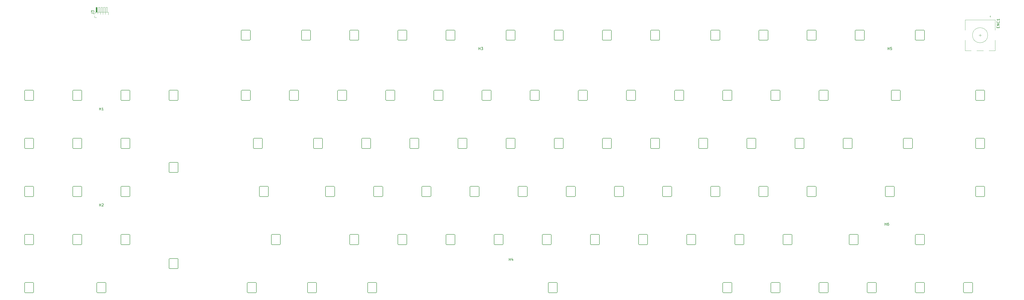
<source format=gbr>
%TF.GenerationSoftware,KiCad,Pcbnew,9.0.5*%
%TF.CreationDate,2026-01-09T00:19:27+07:00*%
%TF.ProjectId,MK98,4d4b3938-2e6b-4696-9361-645f70636258,rev?*%
%TF.SameCoordinates,Original*%
%TF.FileFunction,Legend,Top*%
%TF.FilePolarity,Positive*%
%FSLAX46Y46*%
G04 Gerber Fmt 4.6, Leading zero omitted, Abs format (unit mm)*
G04 Created by KiCad (PCBNEW 9.0.5) date 2026-01-09 00:19:27*
%MOMM*%
%LPD*%
G01*
G04 APERTURE LIST*
%ADD10C,0.150000*%
%ADD11C,0.120000*%
%ADD12C,1.600000*%
%ADD13C,3.048000*%
%ADD14C,3.987800*%
%ADD15C,0.800000*%
%ADD16C,6.400000*%
%ADD17R,0.850000X0.850000*%
%ADD18C,0.850000*%
%ADD19R,2.000000X2.000000*%
%ADD20C,2.000000*%
%ADD21C,3.200000*%
%ADD22C,0.650000*%
%ADD23O,1.000000X1.600000*%
%ADD24O,1.000000X2.100000*%
G04 APERTURE END LIST*
D10*
X213520774Y-42780390D02*
X213520774Y-41780390D01*
X213520774Y-42256580D02*
X214092202Y-42256580D01*
X214092202Y-42780390D02*
X214092202Y-41780390D01*
X214473155Y-41780390D02*
X215092202Y-41780390D01*
X215092202Y-41780390D02*
X214758869Y-42161342D01*
X214758869Y-42161342D02*
X214901726Y-42161342D01*
X214901726Y-42161342D02*
X214996964Y-42208961D01*
X214996964Y-42208961D02*
X215044583Y-42256580D01*
X215044583Y-42256580D02*
X215092202Y-42351818D01*
X215092202Y-42351818D02*
X215092202Y-42589913D01*
X215092202Y-42589913D02*
X215044583Y-42685151D01*
X215044583Y-42685151D02*
X214996964Y-42732771D01*
X214996964Y-42732771D02*
X214901726Y-42780390D01*
X214901726Y-42780390D02*
X214616012Y-42780390D01*
X214616012Y-42780390D02*
X214520774Y-42732771D01*
X214520774Y-42732771D02*
X214473155Y-42685151D01*
X63423095Y-104729819D02*
X63423095Y-103729819D01*
X63423095Y-104206009D02*
X63994523Y-104206009D01*
X63994523Y-104729819D02*
X63994523Y-103729819D01*
X64423095Y-103825057D02*
X64470714Y-103777438D01*
X64470714Y-103777438D02*
X64565952Y-103729819D01*
X64565952Y-103729819D02*
X64804047Y-103729819D01*
X64804047Y-103729819D02*
X64899285Y-103777438D01*
X64899285Y-103777438D02*
X64946904Y-103825057D01*
X64946904Y-103825057D02*
X64994523Y-103920295D01*
X64994523Y-103920295D02*
X64994523Y-104015533D01*
X64994523Y-104015533D02*
X64946904Y-104158390D01*
X64946904Y-104158390D02*
X64375476Y-104729819D01*
X64375476Y-104729819D02*
X64994523Y-104729819D01*
X375333519Y-42782269D02*
X375333519Y-41782269D01*
X375333519Y-42258459D02*
X375904947Y-42258459D01*
X375904947Y-42782269D02*
X375904947Y-41782269D01*
X376857328Y-41782269D02*
X376381138Y-41782269D01*
X376381138Y-41782269D02*
X376333519Y-42258459D01*
X376333519Y-42258459D02*
X376381138Y-42210840D01*
X376381138Y-42210840D02*
X376476376Y-42163221D01*
X376476376Y-42163221D02*
X376714471Y-42163221D01*
X376714471Y-42163221D02*
X376809709Y-42210840D01*
X376809709Y-42210840D02*
X376857328Y-42258459D01*
X376857328Y-42258459D02*
X376904947Y-42353697D01*
X376904947Y-42353697D02*
X376904947Y-42591792D01*
X376904947Y-42591792D02*
X376857328Y-42687030D01*
X376857328Y-42687030D02*
X376809709Y-42734650D01*
X376809709Y-42734650D02*
X376714471Y-42782269D01*
X376714471Y-42782269D02*
X376476376Y-42782269D01*
X376476376Y-42782269D02*
X376381138Y-42734650D01*
X376381138Y-42734650D02*
X376333519Y-42687030D01*
X374188095Y-112327633D02*
X374188095Y-111327633D01*
X374188095Y-111803823D02*
X374759523Y-111803823D01*
X374759523Y-112327633D02*
X374759523Y-111327633D01*
X375664285Y-111327633D02*
X375473809Y-111327633D01*
X375473809Y-111327633D02*
X375378571Y-111375252D01*
X375378571Y-111375252D02*
X375330952Y-111422871D01*
X375330952Y-111422871D02*
X375235714Y-111565728D01*
X375235714Y-111565728D02*
X375188095Y-111756204D01*
X375188095Y-111756204D02*
X375188095Y-112137156D01*
X375188095Y-112137156D02*
X375235714Y-112232394D01*
X375235714Y-112232394D02*
X375283333Y-112280014D01*
X375283333Y-112280014D02*
X375378571Y-112327633D01*
X375378571Y-112327633D02*
X375569047Y-112327633D01*
X375569047Y-112327633D02*
X375664285Y-112280014D01*
X375664285Y-112280014D02*
X375711904Y-112232394D01*
X375711904Y-112232394D02*
X375759523Y-112137156D01*
X375759523Y-112137156D02*
X375759523Y-111899061D01*
X375759523Y-111899061D02*
X375711904Y-111803823D01*
X375711904Y-111803823D02*
X375664285Y-111756204D01*
X375664285Y-111756204D02*
X375569047Y-111708585D01*
X375569047Y-111708585D02*
X375378571Y-111708585D01*
X375378571Y-111708585D02*
X375283333Y-111756204D01*
X375283333Y-111756204D02*
X375235714Y-111803823D01*
X375235714Y-111803823D02*
X375188095Y-111899061D01*
X60234818Y-28208333D02*
X60949103Y-28208333D01*
X60949103Y-28208333D02*
X61091960Y-28255952D01*
X61091960Y-28255952D02*
X61187199Y-28351190D01*
X61187199Y-28351190D02*
X61234818Y-28494047D01*
X61234818Y-28494047D02*
X61234818Y-28589285D01*
X60234818Y-27827380D02*
X60234818Y-27208333D01*
X60234818Y-27208333D02*
X60615770Y-27541666D01*
X60615770Y-27541666D02*
X60615770Y-27398809D01*
X60615770Y-27398809D02*
X60663389Y-27303571D01*
X60663389Y-27303571D02*
X60711008Y-27255952D01*
X60711008Y-27255952D02*
X60806246Y-27208333D01*
X60806246Y-27208333D02*
X61044341Y-27208333D01*
X61044341Y-27208333D02*
X61139579Y-27255952D01*
X61139579Y-27255952D02*
X61187199Y-27303571D01*
X61187199Y-27303571D02*
X61234818Y-27398809D01*
X61234818Y-27398809D02*
X61234818Y-27684523D01*
X61234818Y-27684523D02*
X61187199Y-27779761D01*
X61187199Y-27779761D02*
X61139579Y-27827380D01*
X63423095Y-66679819D02*
X63423095Y-65679819D01*
X63423095Y-66156009D02*
X63994523Y-66156009D01*
X63994523Y-66679819D02*
X63994523Y-65679819D01*
X64994523Y-66679819D02*
X64423095Y-66679819D01*
X64708809Y-66679819D02*
X64708809Y-65679819D01*
X64708809Y-65679819D02*
X64613571Y-65822676D01*
X64613571Y-65822676D02*
X64518333Y-65917914D01*
X64518333Y-65917914D02*
X64423095Y-65965533D01*
X225498095Y-126304819D02*
X225498095Y-125304819D01*
X225498095Y-125781009D02*
X226069523Y-125781009D01*
X226069523Y-126304819D02*
X226069523Y-125304819D01*
X226974285Y-125638152D02*
X226974285Y-126304819D01*
X226736190Y-125257200D02*
X226498095Y-125971485D01*
X226498095Y-125971485D02*
X227117142Y-125971485D01*
X418978728Y-34001760D02*
X418978728Y-33668427D01*
X419502538Y-33525570D02*
X419502538Y-34001760D01*
X419502538Y-34001760D02*
X418502538Y-34001760D01*
X418502538Y-34001760D02*
X418502538Y-33525570D01*
X419502538Y-33096998D02*
X418502538Y-33096998D01*
X418502538Y-33096998D02*
X419502538Y-32525570D01*
X419502538Y-32525570D02*
X418502538Y-32525570D01*
X419407299Y-31477951D02*
X419454919Y-31525570D01*
X419454919Y-31525570D02*
X419502538Y-31668427D01*
X419502538Y-31668427D02*
X419502538Y-31763665D01*
X419502538Y-31763665D02*
X419454919Y-31906522D01*
X419454919Y-31906522D02*
X419359680Y-32001760D01*
X419359680Y-32001760D02*
X419264442Y-32049379D01*
X419264442Y-32049379D02*
X419073966Y-32096998D01*
X419073966Y-32096998D02*
X418931109Y-32096998D01*
X418931109Y-32096998D02*
X418740633Y-32049379D01*
X418740633Y-32049379D02*
X418645395Y-32001760D01*
X418645395Y-32001760D02*
X418550157Y-31906522D01*
X418550157Y-31906522D02*
X418502538Y-31763665D01*
X418502538Y-31763665D02*
X418502538Y-31668427D01*
X418502538Y-31668427D02*
X418550157Y-31525570D01*
X418550157Y-31525570D02*
X418597776Y-31477951D01*
X419502538Y-30525570D02*
X419502538Y-31096998D01*
X419502538Y-30811284D02*
X418502538Y-30811284D01*
X418502538Y-30811284D02*
X418645395Y-30906522D01*
X418645395Y-30906522D02*
X418740633Y-31001760D01*
X418740633Y-31001760D02*
X418788252Y-31096998D01*
%TO.C,HE16*%
X56460000Y-62600000D02*
G75*
G02*
X56260000Y-62800000I-200001J1D01*
G01*
X56260000Y-58800000D02*
G75*
G02*
X56460000Y-59000000I-1J-200001D01*
G01*
X53060000Y-62800000D02*
G75*
G02*
X52860000Y-62600000I0J200000D01*
G01*
X52860000Y-59000000D02*
G75*
G02*
X53060000Y-58800000I200000J0D01*
G01*
X56460000Y-59000000D02*
X56460000Y-62600000D01*
X56260000Y-62800000D02*
X53060000Y-62800000D01*
X53060000Y-58800000D02*
X56260000Y-58800000D01*
X52860000Y-62600000D02*
X52860000Y-59000000D01*
D11*
%TO.C,J3*%
X61544999Y-29985000D02*
X61545000Y-29250000D01*
X61669998Y-28515000D02*
X61669999Y-27890000D01*
X61669999Y-27890000D02*
X66889999Y-27890000D01*
X62279999Y-29984999D02*
X61544999Y-29985000D01*
X62779999Y-28515000D02*
X62779999Y-27890000D01*
X63019999Y-25890000D02*
X63539999Y-25890000D01*
X63019999Y-27890000D02*
X63019999Y-25890000D01*
X63539999Y-25890000D02*
X63539999Y-27890000D01*
X63779999Y-28711275D02*
X63779999Y-27890000D01*
X64019999Y-25890000D02*
X64539999Y-25890000D01*
X64019999Y-27890000D02*
X64019999Y-25890000D01*
X64539999Y-25890000D02*
X64539999Y-27890000D01*
X64779999Y-28711275D02*
X64779999Y-27890000D01*
X65019999Y-25890000D02*
X65539999Y-25890000D01*
X65019999Y-27890000D02*
X65019999Y-25890000D01*
X65539999Y-25890000D02*
X65539999Y-27890000D01*
X65779999Y-28711275D02*
X65779999Y-27890000D01*
X66019999Y-25890000D02*
X66539999Y-25890000D01*
X66019999Y-27890000D02*
X66019999Y-25890000D01*
X66539999Y-25890000D02*
X66539999Y-27890000D01*
X66889999Y-27890000D02*
X66889999Y-28839970D01*
X62539999Y-27890000D02*
X62019999Y-27890000D01*
X62019999Y-25890000D01*
X62539999Y-25890000D01*
X62539999Y-27890000D01*
G36*
X62539999Y-27890000D02*
G01*
X62019999Y-27890000D01*
X62019999Y-25890000D01*
X62539999Y-25890000D01*
X62539999Y-27890000D01*
G37*
%TO.C,ENC1*%
X405947719Y-34987475D02*
X405947720Y-30887475D01*
X405947719Y-43087475D02*
X405947719Y-38987474D01*
X408347719Y-43087475D02*
X405947719Y-43087475D01*
X411847720Y-36487475D02*
X411847719Y-37487475D01*
X412347719Y-36987474D02*
X411347719Y-36987475D01*
X413147719Y-43087475D02*
X410547719Y-43087475D01*
X415647719Y-29487475D02*
X415947719Y-29187475D01*
X415947719Y-29187475D02*
X415947719Y-29787475D01*
X415947719Y-29787475D02*
X415647719Y-29487475D01*
X417747719Y-34987475D02*
X417747720Y-30887475D01*
X417747719Y-38987474D02*
X417747719Y-43087475D01*
X417747719Y-43087475D02*
X415347719Y-43087475D01*
X417747720Y-30887475D02*
X405947720Y-30887475D01*
X414847719Y-36987475D02*
G75*
G02*
X408847719Y-36987475I-3000000J0D01*
G01*
X408847719Y-36987475D02*
G75*
G02*
X414847719Y-36987475I3000000J0D01*
G01*
D10*
%TO.C,HE39*%
X167160000Y-81650000D02*
X167160000Y-78050000D01*
X167360000Y-77850000D02*
X170560000Y-77850000D01*
X170560000Y-81850000D02*
X167360000Y-81850000D01*
X170760000Y-78050000D02*
X170760000Y-81650000D01*
X167160000Y-78050000D02*
G75*
G02*
X167360000Y-77850000I200000J0D01*
G01*
X167360000Y-81850000D02*
G75*
G02*
X167160000Y-81650000I0J200000D01*
G01*
X170560000Y-77850000D02*
G75*
G02*
X170760000Y-78050000I-1J-200001D01*
G01*
X170760000Y-81650000D02*
G75*
G02*
X170560000Y-81850000I-200001J1D01*
G01*
%TO.C,HE5*%
X200497500Y-38787500D02*
X200497500Y-35187500D01*
X200697500Y-34987500D02*
X203897500Y-34987500D01*
X203897500Y-38987500D02*
X200697500Y-38987500D01*
X204097500Y-35187500D02*
X204097500Y-38787500D01*
X200497500Y-35187500D02*
G75*
G02*
X200697500Y-34987500I200000J0D01*
G01*
X200697500Y-38987500D02*
G75*
G02*
X200497500Y-38787500I0J200000D01*
G01*
X203897500Y-34987500D02*
G75*
G02*
X204097500Y-35187500I-1J-200001D01*
G01*
X204097500Y-38787500D02*
G75*
G02*
X203897500Y-38987500I-200001J1D01*
G01*
%TO.C,HE67*%
X374328750Y-100700000D02*
X374328750Y-97100000D01*
X374528750Y-96900000D02*
X377728750Y-96900000D01*
X377728750Y-100900000D02*
X374528750Y-100900000D01*
X377928750Y-97100000D02*
X377928750Y-100700000D01*
X374328750Y-97100000D02*
G75*
G02*
X374528750Y-96900000I200000J0D01*
G01*
X374528750Y-100900000D02*
G75*
G02*
X374328750Y-100700000I0J200000D01*
G01*
X377728750Y-96900000D02*
G75*
G02*
X377928750Y-97100000I-1J-200001D01*
G01*
X377928750Y-100700000D02*
G75*
G02*
X377728750Y-100900000I-200001J1D01*
G01*
%TO.C,HE49*%
X357660000Y-81650000D02*
X357660000Y-78050000D01*
X357860000Y-77850000D02*
X361060000Y-77850000D01*
X361060000Y-81850000D02*
X357860000Y-81850000D01*
X361260000Y-78050000D02*
X361260000Y-81650000D01*
X357660000Y-78050000D02*
G75*
G02*
X357860000Y-77850000I200000J0D01*
G01*
X357860000Y-81850000D02*
G75*
G02*
X357660000Y-81650000I0J200000D01*
G01*
X361060000Y-77850000D02*
G75*
G02*
X361260000Y-78050000I-1J-200001D01*
G01*
X361260000Y-81650000D02*
G75*
G02*
X361060000Y-81850000I-200001J1D01*
G01*
%TO.C,HE28*%
X290985000Y-62600000D02*
X290985000Y-59000000D01*
X291185000Y-58800000D02*
X294385000Y-58800000D01*
X294385000Y-62800000D02*
X291185000Y-62800000D01*
X294585000Y-59000000D02*
X294585000Y-62600000D01*
X290985000Y-59000000D02*
G75*
G02*
X291185000Y-58800000I200000J0D01*
G01*
X291185000Y-62800000D02*
G75*
G02*
X290985000Y-62600000I0J200000D01*
G01*
X294385000Y-58800000D02*
G75*
G02*
X294585000Y-59000000I-1J-200001D01*
G01*
X294585000Y-62600000D02*
G75*
G02*
X294385000Y-62800000I-200001J1D01*
G01*
%TO.C,HE95*%
X367185000Y-138800000D02*
X367185000Y-135200000D01*
X367385000Y-135000000D02*
X370585000Y-135000000D01*
X370585000Y-139000000D02*
X367385000Y-139000000D01*
X370785000Y-135200000D02*
X370785000Y-138800000D01*
X367185000Y-135200000D02*
G75*
G02*
X367385000Y-135000000I200000J0D01*
G01*
X367385000Y-139000000D02*
G75*
G02*
X367185000Y-138800000I0J200000D01*
G01*
X370585000Y-135000000D02*
G75*
G02*
X370785000Y-135200000I-1J-200001D01*
G01*
X370785000Y-138800000D02*
G75*
G02*
X370585000Y-139000000I-200001J1D01*
G01*
%TO.C,HE9*%
X281460000Y-38787500D02*
X281460000Y-35187500D01*
X281660000Y-34987500D02*
X284860000Y-34987500D01*
X284860000Y-38987500D02*
X281660000Y-38987500D01*
X285060000Y-35187500D02*
X285060000Y-38787500D01*
X281460000Y-35187500D02*
G75*
G02*
X281660000Y-34987500I200000J0D01*
G01*
X281660000Y-38987500D02*
G75*
G02*
X281460000Y-38787500I0J200000D01*
G01*
X284860000Y-34987500D02*
G75*
G02*
X285060000Y-35187500I-1J-200001D01*
G01*
X285060000Y-38787500D02*
G75*
G02*
X284860000Y-38987500I-200001J1D01*
G01*
%TO.C,HE64*%
X305272500Y-100700000D02*
X305272500Y-97100000D01*
X305472500Y-96900000D02*
X308672500Y-96900000D01*
X308672500Y-100900000D02*
X305472500Y-100900000D01*
X308872500Y-97100000D02*
X308872500Y-100700000D01*
X305272500Y-97100000D02*
G75*
G02*
X305472500Y-96900000I200000J0D01*
G01*
X305472500Y-100900000D02*
G75*
G02*
X305272500Y-100700000I0J200000D01*
G01*
X308672500Y-96900000D02*
G75*
G02*
X308872500Y-97100000I-1J-200001D01*
G01*
X308872500Y-100700000D02*
G75*
G02*
X308672500Y-100900000I-200001J1D01*
G01*
%TO.C,HE59*%
X210022500Y-100700000D02*
X210022500Y-97100000D01*
X210222500Y-96900000D02*
X213422500Y-96900000D01*
X213422500Y-100900000D02*
X210222500Y-100900000D01*
X213622500Y-97100000D02*
X213622500Y-100700000D01*
X210022500Y-97100000D02*
G75*
G02*
X210222500Y-96900000I200000J0D01*
G01*
X210222500Y-100900000D02*
G75*
G02*
X210022500Y-100700000I0J200000D01*
G01*
X213422500Y-96900000D02*
G75*
G02*
X213622500Y-97100000I-1J-200001D01*
G01*
X213622500Y-100700000D02*
G75*
G02*
X213422500Y-100900000I-200001J1D01*
G01*
%TO.C,HE31*%
X348135000Y-62600000D02*
X348135000Y-59000000D01*
X348335000Y-58800000D02*
X351535000Y-58800000D01*
X351535000Y-62800000D02*
X348335000Y-62800000D01*
X351735000Y-59000000D02*
X351735000Y-62600000D01*
X348135000Y-59000000D02*
G75*
G02*
X348335000Y-58800000I200000J0D01*
G01*
X348335000Y-62800000D02*
G75*
G02*
X348135000Y-62600000I0J200000D01*
G01*
X351535000Y-58800000D02*
G75*
G02*
X351735000Y-59000000I-1J-200001D01*
G01*
X351735000Y-62600000D02*
G75*
G02*
X351535000Y-62800000I-200001J1D01*
G01*
%TO.C,HE23*%
X195735000Y-62600000D02*
X195735000Y-59000000D01*
X195935000Y-58800000D02*
X199135000Y-58800000D01*
X199135000Y-62800000D02*
X195935000Y-62800000D01*
X199335000Y-59000000D02*
X199335000Y-62600000D01*
X195735000Y-59000000D02*
G75*
G02*
X195935000Y-58800000I200000J0D01*
G01*
X195935000Y-62800000D02*
G75*
G02*
X195735000Y-62600000I0J200000D01*
G01*
X199135000Y-58800000D02*
G75*
G02*
X199335000Y-59000000I-1J-200001D01*
G01*
X199335000Y-62600000D02*
G75*
G02*
X199135000Y-62800000I-200001J1D01*
G01*
%TO.C,HE78*%
X238597500Y-119750000D02*
X238597500Y-116150000D01*
X238797500Y-115950000D02*
X241997500Y-115950000D01*
X241997500Y-119950000D02*
X238797500Y-119950000D01*
X242197500Y-116150000D02*
X242197500Y-119750000D01*
X238597500Y-116150000D02*
G75*
G02*
X238797500Y-115950000I200000J0D01*
G01*
X238797500Y-119950000D02*
G75*
G02*
X238597500Y-119750000I0J200000D01*
G01*
X241997500Y-115950000D02*
G75*
G02*
X242197500Y-116150000I-1J-200001D01*
G01*
X242197500Y-119750000D02*
G75*
G02*
X241997500Y-119950000I-200001J1D01*
G01*
%TO.C,HE35*%
X71910000Y-81650000D02*
X71910000Y-78050000D01*
X72110000Y-77850000D02*
X75310000Y-77850000D01*
X75310000Y-81850000D02*
X72110000Y-81850000D01*
X75510000Y-78050000D02*
X75510000Y-81650000D01*
X71910000Y-78050000D02*
G75*
G02*
X72110000Y-77850000I200000J0D01*
G01*
X72110000Y-81850000D02*
G75*
G02*
X71910000Y-81650000I0J200000D01*
G01*
X75310000Y-77850000D02*
G75*
G02*
X75510000Y-78050000I-1J-200001D01*
G01*
X75510000Y-81650000D02*
G75*
G02*
X75310000Y-81850000I-200001J1D01*
G01*
%TO.C,HE7*%
X243360000Y-38787500D02*
X243360000Y-35187500D01*
X243560000Y-34987500D02*
X246760000Y-34987500D01*
X246760000Y-38987500D02*
X243560000Y-38987500D01*
X246960000Y-35187500D02*
X246960000Y-38787500D01*
X243360000Y-35187500D02*
G75*
G02*
X243560000Y-34987500I200000J0D01*
G01*
X243560000Y-38987500D02*
G75*
G02*
X243360000Y-38787500I0J200000D01*
G01*
X246760000Y-34987500D02*
G75*
G02*
X246960000Y-35187500I-1J-200001D01*
G01*
X246960000Y-38787500D02*
G75*
G02*
X246760000Y-38987500I-200001J1D01*
G01*
%TO.C,HE80*%
X276697500Y-119750000D02*
X276697500Y-116150000D01*
X276897500Y-115950000D02*
X280097500Y-115950000D01*
X280097500Y-119950000D02*
X276897500Y-119950000D01*
X280297500Y-116150000D02*
X280297500Y-119750000D01*
X276697500Y-116150000D02*
G75*
G02*
X276897500Y-115950000I200000J0D01*
G01*
X276897500Y-119950000D02*
G75*
G02*
X276697500Y-119750000I0J200000D01*
G01*
X280097500Y-115950000D02*
G75*
G02*
X280297500Y-116150000I-1J-200001D01*
G01*
X280297500Y-119750000D02*
G75*
G02*
X280097500Y-119950000I-200001J1D01*
G01*
%TO.C,HE63*%
X286222500Y-100700000D02*
X286222500Y-97100000D01*
X286422500Y-96900000D02*
X289622500Y-96900000D01*
X289622500Y-100900000D02*
X286422500Y-100900000D01*
X289822500Y-97100000D02*
X289822500Y-100700000D01*
X286222500Y-97100000D02*
G75*
G02*
X286422500Y-96900000I200000J0D01*
G01*
X286422500Y-100900000D02*
G75*
G02*
X286222500Y-100700000I0J200000D01*
G01*
X289622500Y-96900000D02*
G75*
G02*
X289822500Y-97100000I-1J-200001D01*
G01*
X289822500Y-100700000D02*
G75*
G02*
X289622500Y-100900000I-200001J1D01*
G01*
%TO.C,HE17*%
X71910000Y-62600000D02*
X71910000Y-59000000D01*
X72110000Y-58800000D02*
X75310000Y-58800000D01*
X75310000Y-62800000D02*
X72110000Y-62800000D01*
X75510000Y-59000000D02*
X75510000Y-62600000D01*
X71910000Y-59000000D02*
G75*
G02*
X72110000Y-58800000I200000J0D01*
G01*
X72110000Y-62800000D02*
G75*
G02*
X71910000Y-62600000I0J200000D01*
G01*
X75310000Y-58800000D02*
G75*
G02*
X75510000Y-59000000I-1J-200001D01*
G01*
X75510000Y-62600000D02*
G75*
G02*
X75310000Y-62800000I-200001J1D01*
G01*
%TO.C,HE10*%
X305272500Y-38787500D02*
X305272500Y-35187500D01*
X305472500Y-34987500D02*
X308672500Y-34987500D01*
X308672500Y-38987500D02*
X305472500Y-38987500D01*
X308872500Y-35187500D02*
X308872500Y-38787500D01*
X305272500Y-35187500D02*
G75*
G02*
X305472500Y-34987500I200000J0D01*
G01*
X305472500Y-38987500D02*
G75*
G02*
X305272500Y-38787500I0J200000D01*
G01*
X308672500Y-34987500D02*
G75*
G02*
X308872500Y-35187500I-1J-200001D01*
G01*
X308872500Y-38787500D02*
G75*
G02*
X308672500Y-38987500I-200001J1D01*
G01*
%TO.C,HE25*%
X233835000Y-62600000D02*
X233835000Y-59000000D01*
X234035000Y-58800000D02*
X237235000Y-58800000D01*
X237235000Y-62800000D02*
X234035000Y-62800000D01*
X237435000Y-59000000D02*
X237435000Y-62600000D01*
X233835000Y-59000000D02*
G75*
G02*
X234035000Y-58800000I200000J0D01*
G01*
X234035000Y-62800000D02*
G75*
G02*
X233835000Y-62600000I0J200000D01*
G01*
X237235000Y-58800000D02*
G75*
G02*
X237435000Y-59000000I-1J-200001D01*
G01*
X237435000Y-62600000D02*
G75*
G02*
X237235000Y-62800000I-200001J1D01*
G01*
%TO.C,HE92*%
X310035000Y-138800000D02*
X310035000Y-135200000D01*
X310235000Y-135000000D02*
X313435000Y-135000000D01*
X313435000Y-139000000D02*
X310235000Y-139000000D01*
X313635000Y-135200000D02*
X313635000Y-138800000D01*
X310035000Y-135200000D02*
G75*
G02*
X310235000Y-135000000I200000J0D01*
G01*
X310235000Y-139000000D02*
G75*
G02*
X310035000Y-138800000I0J200000D01*
G01*
X313435000Y-135000000D02*
G75*
G02*
X313635000Y-135200000I-1J-200001D01*
G01*
X313635000Y-138800000D02*
G75*
G02*
X313435000Y-139000000I-200001J1D01*
G01*
%TO.C,HE14*%
X386235000Y-38787500D02*
X386235000Y-35187500D01*
X386435000Y-34987500D02*
X389635000Y-34987500D01*
X389635000Y-38987500D02*
X386435000Y-38987500D01*
X389835000Y-35187500D02*
X389835000Y-38787500D01*
X386235000Y-35187500D02*
G75*
G02*
X386435000Y-34987500I200000J0D01*
G01*
X386435000Y-38987500D02*
G75*
G02*
X386235000Y-38787500I0J200000D01*
G01*
X389635000Y-34987500D02*
G75*
G02*
X389835000Y-35187500I-1J-200001D01*
G01*
X389835000Y-38787500D02*
G75*
G02*
X389635000Y-38987500I-200001J1D01*
G01*
%TO.C,HE79*%
X257647500Y-119750000D02*
X257647500Y-116150000D01*
X257847500Y-115950000D02*
X261047500Y-115950000D01*
X261047500Y-119950000D02*
X257847500Y-119950000D01*
X261247500Y-116150000D02*
X261247500Y-119750000D01*
X257647500Y-116150000D02*
G75*
G02*
X257847500Y-115950000I200000J0D01*
G01*
X257847500Y-119950000D02*
G75*
G02*
X257647500Y-119750000I0J200000D01*
G01*
X261047500Y-115950000D02*
G75*
G02*
X261247500Y-116150000I-1J-200001D01*
G01*
X261247500Y-119750000D02*
G75*
G02*
X261047500Y-119950000I-200001J1D01*
G01*
%TO.C,HE36*%
X90960000Y-91175000D02*
X90960000Y-87575000D01*
X91160000Y-87375000D02*
X94360000Y-87375000D01*
X94360000Y-91375000D02*
X91160000Y-91375000D01*
X94560000Y-87575000D02*
X94560000Y-91175000D01*
X90960000Y-87575000D02*
G75*
G02*
X91160000Y-87375000I200000J0D01*
G01*
X91160000Y-91375000D02*
G75*
G02*
X90960000Y-91175000I0J200000D01*
G01*
X94360000Y-87375000D02*
G75*
G02*
X94560000Y-87575000I-1J-200001D01*
G01*
X94560000Y-91175000D02*
G75*
G02*
X94360000Y-91375000I-200001J1D01*
G01*
%TO.C,HE40*%
X186210000Y-81650000D02*
X186210000Y-78050000D01*
X186410000Y-77850000D02*
X189610000Y-77850000D01*
X189610000Y-81850000D02*
X186410000Y-81850000D01*
X189810000Y-78050000D02*
X189810000Y-81650000D01*
X186210000Y-78050000D02*
G75*
G02*
X186410000Y-77850000I200000J0D01*
G01*
X186410000Y-81850000D02*
G75*
G02*
X186210000Y-81650000I0J200000D01*
G01*
X189610000Y-77850000D02*
G75*
G02*
X189810000Y-78050000I-1J-200001D01*
G01*
X189810000Y-81650000D02*
G75*
G02*
X189610000Y-81850000I-200001J1D01*
G01*
%TO.C,HE12*%
X343372500Y-38787500D02*
X343372500Y-35187500D01*
X343572500Y-34987500D02*
X346772500Y-34987500D01*
X346772500Y-38987500D02*
X343572500Y-38987500D01*
X346972500Y-35187500D02*
X346972500Y-38787500D01*
X343372500Y-35187500D02*
G75*
G02*
X343572500Y-34987500I200000J0D01*
G01*
X343572500Y-38987500D02*
G75*
G02*
X343372500Y-38787500I0J200000D01*
G01*
X346772500Y-34987500D02*
G75*
G02*
X346972500Y-35187500I-1J-200001D01*
G01*
X346972500Y-38787500D02*
G75*
G02*
X346772500Y-38987500I-200001J1D01*
G01*
%TO.C,HE82*%
X314797500Y-119750000D02*
X314797500Y-116150000D01*
X314997500Y-115950000D02*
X318197500Y-115950000D01*
X318197500Y-119950000D02*
X314997500Y-119950000D01*
X318397500Y-116150000D02*
X318397500Y-119750000D01*
X314797500Y-116150000D02*
G75*
G02*
X314997500Y-115950000I200000J0D01*
G01*
X314997500Y-119950000D02*
G75*
G02*
X314797500Y-119750000I0J200000D01*
G01*
X318197500Y-115950000D02*
G75*
G02*
X318397500Y-116150000I-1J-200001D01*
G01*
X318397500Y-119750000D02*
G75*
G02*
X318197500Y-119950000I-200001J1D01*
G01*
%TO.C,HE88*%
X121916250Y-138800000D02*
X121916250Y-135200000D01*
X122116250Y-135000000D02*
X125316250Y-135000000D01*
X125316250Y-139000000D02*
X122116250Y-139000000D01*
X125516250Y-135200000D02*
X125516250Y-138800000D01*
X121916250Y-135200000D02*
G75*
G02*
X122116250Y-135000000I200000J0D01*
G01*
X122116250Y-139000000D02*
G75*
G02*
X121916250Y-138800000I0J200000D01*
G01*
X125316250Y-135000000D02*
G75*
G02*
X125516250Y-135200000I-1J-200001D01*
G01*
X125516250Y-138800000D02*
G75*
G02*
X125316250Y-139000000I-200001J1D01*
G01*
%TO.C,HE29*%
X310035000Y-62600000D02*
X310035000Y-59000000D01*
X310235000Y-58800000D02*
X313435000Y-58800000D01*
X313435000Y-62800000D02*
X310235000Y-62800000D01*
X313635000Y-59000000D02*
X313635000Y-62600000D01*
X310035000Y-59000000D02*
G75*
G02*
X310235000Y-58800000I200000J0D01*
G01*
X310235000Y-62800000D02*
G75*
G02*
X310035000Y-62600000I0J200000D01*
G01*
X313435000Y-58800000D02*
G75*
G02*
X313635000Y-59000000I-1J-200001D01*
G01*
X313635000Y-62600000D02*
G75*
G02*
X313435000Y-62800000I-200001J1D01*
G01*
%TO.C,HE42*%
X224310000Y-81650000D02*
X224310000Y-78050000D01*
X224510000Y-77850000D02*
X227710000Y-77850000D01*
X227710000Y-81850000D02*
X224510000Y-81850000D01*
X227910000Y-78050000D02*
X227910000Y-81650000D01*
X224310000Y-78050000D02*
G75*
G02*
X224510000Y-77850000I200000J0D01*
G01*
X224510000Y-81850000D02*
G75*
G02*
X224310000Y-81650000I0J200000D01*
G01*
X227710000Y-77850000D02*
G75*
G02*
X227910000Y-78050000I-1J-200001D01*
G01*
X227910000Y-81650000D02*
G75*
G02*
X227710000Y-81850000I-200001J1D01*
G01*
%TO.C,HE68*%
X410047500Y-100700000D02*
X410047500Y-97100000D01*
X410247500Y-96900000D02*
X413447500Y-96900000D01*
X413447500Y-100900000D02*
X410247500Y-100900000D01*
X413647500Y-97100000D02*
X413647500Y-100700000D01*
X410047500Y-97100000D02*
G75*
G02*
X410247500Y-96900000I200000J0D01*
G01*
X410247500Y-100900000D02*
G75*
G02*
X410047500Y-100700000I0J200000D01*
G01*
X413447500Y-96900000D02*
G75*
G02*
X413647500Y-97100000I-1J-200001D01*
G01*
X413647500Y-100700000D02*
G75*
G02*
X413447500Y-100900000I-200001J1D01*
G01*
%TO.C,HE61*%
X248122500Y-100700000D02*
X248122500Y-97100000D01*
X248322500Y-96900000D02*
X251522500Y-96900000D01*
X251522500Y-100900000D02*
X248322500Y-100900000D01*
X251722500Y-97100000D02*
X251722500Y-100700000D01*
X248122500Y-97100000D02*
G75*
G02*
X248322500Y-96900000I200000J0D01*
G01*
X248322500Y-100900000D02*
G75*
G02*
X248122500Y-100700000I0J200000D01*
G01*
X251522500Y-96900000D02*
G75*
G02*
X251722500Y-97100000I-1J-200001D01*
G01*
X251722500Y-100700000D02*
G75*
G02*
X251522500Y-100900000I-200001J1D01*
G01*
%TO.C,HE75*%
X181447500Y-119750000D02*
X181447500Y-116150000D01*
X181647500Y-115950000D02*
X184847500Y-115950000D01*
X184847500Y-119950000D02*
X181647500Y-119950000D01*
X185047500Y-116150000D02*
X185047500Y-119750000D01*
X181447500Y-116150000D02*
G75*
G02*
X181647500Y-115950000I200000J0D01*
G01*
X181647500Y-119950000D02*
G75*
G02*
X181447500Y-119750000I0J200000D01*
G01*
X184847500Y-115950000D02*
G75*
G02*
X185047500Y-116150000I-1J-200001D01*
G01*
X185047500Y-119750000D02*
G75*
G02*
X184847500Y-119950000I-200001J1D01*
G01*
%TO.C,HE43*%
X243360000Y-81650000D02*
X243360000Y-78050000D01*
X243560000Y-77850000D02*
X246760000Y-77850000D01*
X246760000Y-81850000D02*
X243560000Y-81850000D01*
X246960000Y-78050000D02*
X246960000Y-81650000D01*
X243360000Y-78050000D02*
G75*
G02*
X243560000Y-77850000I200000J0D01*
G01*
X243560000Y-81850000D02*
G75*
G02*
X243360000Y-81650000I0J200000D01*
G01*
X246760000Y-77850000D02*
G75*
G02*
X246960000Y-78050000I-1J-200001D01*
G01*
X246960000Y-81650000D02*
G75*
G02*
X246760000Y-81850000I-200001J1D01*
G01*
%TO.C,HE74*%
X162397500Y-119750000D02*
X162397500Y-116150000D01*
X162597500Y-115950000D02*
X165797500Y-115950000D01*
X165797500Y-119950000D02*
X162597500Y-119950000D01*
X165997500Y-116150000D02*
X165997500Y-119750000D01*
X162397500Y-116150000D02*
G75*
G02*
X162597500Y-115950000I200000J0D01*
G01*
X162597500Y-119950000D02*
G75*
G02*
X162397500Y-119750000I0J200000D01*
G01*
X165797500Y-115950000D02*
G75*
G02*
X165997500Y-116150000I-1J-200001D01*
G01*
X165997500Y-119750000D02*
G75*
G02*
X165797500Y-119950000I-200001J1D01*
G01*
%TO.C,HE4*%
X181447500Y-38787500D02*
X181447500Y-35187500D01*
X181647500Y-34987500D02*
X184847500Y-34987500D01*
X184847500Y-38987500D02*
X181647500Y-38987500D01*
X185047500Y-35187500D02*
X185047500Y-38787500D01*
X181447500Y-35187500D02*
G75*
G02*
X181647500Y-34987500I200000J0D01*
G01*
X181647500Y-38987500D02*
G75*
G02*
X181447500Y-38787500I0J200000D01*
G01*
X184847500Y-34987500D02*
G75*
G02*
X185047500Y-35187500I-1J-200001D01*
G01*
X185047500Y-38787500D02*
G75*
G02*
X184847500Y-38987500I-200001J1D01*
G01*
%TO.C,HE69*%
X33810000Y-119750000D02*
X33810000Y-116150000D01*
X34010000Y-115950000D02*
X37210000Y-115950000D01*
X37210000Y-119950000D02*
X34010000Y-119950000D01*
X37410000Y-116150000D02*
X37410000Y-119750000D01*
X33810000Y-116150000D02*
G75*
G02*
X34010000Y-115950000I200000J0D01*
G01*
X34010000Y-119950000D02*
G75*
G02*
X33810000Y-119750000I0J200000D01*
G01*
X37210000Y-115950000D02*
G75*
G02*
X37410000Y-116150000I-1J-200001D01*
G01*
X37410000Y-119750000D02*
G75*
G02*
X37210000Y-119950000I-200001J1D01*
G01*
%TO.C,HE41*%
X205260000Y-81650000D02*
X205260000Y-78050000D01*
X205460000Y-77850000D02*
X208660000Y-77850000D01*
X208660000Y-81850000D02*
X205460000Y-81850000D01*
X208860000Y-78050000D02*
X208860000Y-81650000D01*
X205260000Y-78050000D02*
G75*
G02*
X205460000Y-77850000I200000J0D01*
G01*
X205460000Y-81850000D02*
G75*
G02*
X205260000Y-81650000I0J200000D01*
G01*
X208660000Y-77850000D02*
G75*
G02*
X208860000Y-78050000I-1J-200001D01*
G01*
X208860000Y-81650000D02*
G75*
G02*
X208660000Y-81850000I-200001J1D01*
G01*
%TO.C,HE48*%
X338610000Y-81650000D02*
X338610000Y-78050000D01*
X338810000Y-77850000D02*
X342010000Y-77850000D01*
X342010000Y-81850000D02*
X338810000Y-81850000D01*
X342210000Y-78050000D02*
X342210000Y-81650000D01*
X338610000Y-78050000D02*
G75*
G02*
X338810000Y-77850000I200000J0D01*
G01*
X338810000Y-81850000D02*
G75*
G02*
X338610000Y-81650000I0J200000D01*
G01*
X342010000Y-77850000D02*
G75*
G02*
X342210000Y-78050000I-1J-200001D01*
G01*
X342210000Y-81650000D02*
G75*
G02*
X342010000Y-81850000I-200001J1D01*
G01*
%TO.C,HE24*%
X214785000Y-62600000D02*
X214785000Y-59000000D01*
X214985000Y-58800000D02*
X218185000Y-58800000D01*
X218185000Y-62800000D02*
X214985000Y-62800000D01*
X218385000Y-59000000D02*
X218385000Y-62600000D01*
X214785000Y-59000000D02*
G75*
G02*
X214985000Y-58800000I200000J0D01*
G01*
X214985000Y-62800000D02*
G75*
G02*
X214785000Y-62600000I0J200000D01*
G01*
X218185000Y-58800000D02*
G75*
G02*
X218385000Y-59000000I-1J-200001D01*
G01*
X218385000Y-62600000D02*
G75*
G02*
X218185000Y-62800000I-200001J1D01*
G01*
%TO.C,HE46*%
X300510000Y-81650000D02*
X300510000Y-78050000D01*
X300710000Y-77850000D02*
X303910000Y-77850000D01*
X303910000Y-81850000D02*
X300710000Y-81850000D01*
X304110000Y-78050000D02*
X304110000Y-81650000D01*
X300510000Y-78050000D02*
G75*
G02*
X300710000Y-77850000I200000J0D01*
G01*
X300710000Y-81850000D02*
G75*
G02*
X300510000Y-81650000I0J200000D01*
G01*
X303910000Y-77850000D02*
G75*
G02*
X304110000Y-78050000I-1J-200001D01*
G01*
X304110000Y-81650000D02*
G75*
G02*
X303910000Y-81850000I-200001J1D01*
G01*
%TO.C,HE58*%
X190972500Y-100700000D02*
X190972500Y-97100000D01*
X191172500Y-96900000D02*
X194372500Y-96900000D01*
X194372500Y-100900000D02*
X191172500Y-100900000D01*
X194572500Y-97100000D02*
X194572500Y-100700000D01*
X190972500Y-97100000D02*
G75*
G02*
X191172500Y-96900000I200000J0D01*
G01*
X191172500Y-100900000D02*
G75*
G02*
X190972500Y-100700000I0J200000D01*
G01*
X194372500Y-96900000D02*
G75*
G02*
X194572500Y-97100000I-1J-200001D01*
G01*
X194572500Y-100700000D02*
G75*
G02*
X194372500Y-100900000I-200001J1D01*
G01*
%TO.C,HE6*%
X224310000Y-38787500D02*
X224310000Y-35187500D01*
X224510000Y-34987500D02*
X227710000Y-34987500D01*
X227710000Y-38987500D02*
X224510000Y-38987500D01*
X227910000Y-35187500D02*
X227910000Y-38787500D01*
X224310000Y-35187500D02*
G75*
G02*
X224510000Y-34987500I200000J0D01*
G01*
X224510000Y-38987500D02*
G75*
G02*
X224310000Y-38787500I0J200000D01*
G01*
X227710000Y-34987500D02*
G75*
G02*
X227910000Y-35187500I-1J-200001D01*
G01*
X227910000Y-38787500D02*
G75*
G02*
X227710000Y-38987500I-200001J1D01*
G01*
%TO.C,HE93*%
X329085000Y-138800000D02*
X329085000Y-135200000D01*
X329285000Y-135000000D02*
X332485000Y-135000000D01*
X332485000Y-139000000D02*
X329285000Y-139000000D01*
X332685000Y-135200000D02*
X332685000Y-138800000D01*
X329085000Y-135200000D02*
G75*
G02*
X329285000Y-135000000I200000J0D01*
G01*
X329285000Y-139000000D02*
G75*
G02*
X329085000Y-138800000I0J200000D01*
G01*
X332485000Y-135000000D02*
G75*
G02*
X332685000Y-135200000I-1J-200001D01*
G01*
X332685000Y-138800000D02*
G75*
G02*
X332485000Y-139000000I-200001J1D01*
G01*
%TO.C,HE98*%
X410047500Y-62600000D02*
X410047500Y-59000000D01*
X410247500Y-58800000D02*
X413447500Y-58800000D01*
X413447500Y-62800000D02*
X410247500Y-62800000D01*
X413647500Y-59000000D02*
X413647500Y-62600000D01*
X410047500Y-59000000D02*
G75*
G02*
X410247500Y-58800000I200000J0D01*
G01*
X410247500Y-62800000D02*
G75*
G02*
X410047500Y-62600000I0J200000D01*
G01*
X413447500Y-58800000D02*
G75*
G02*
X413647500Y-59000000I-1J-200001D01*
G01*
X413647500Y-62600000D02*
G75*
G02*
X413447500Y-62800000I-200001J1D01*
G01*
%TO.C,HE66*%
X343372500Y-100700000D02*
X343372500Y-97100000D01*
X343572500Y-96900000D02*
X346772500Y-96900000D01*
X346772500Y-100900000D02*
X343572500Y-100900000D01*
X346972500Y-97100000D02*
X346972500Y-100700000D01*
X343372500Y-97100000D02*
G75*
G02*
X343572500Y-96900000I200000J0D01*
G01*
X343572500Y-100900000D02*
G75*
G02*
X343372500Y-100700000I0J200000D01*
G01*
X346772500Y-96900000D02*
G75*
G02*
X346972500Y-97100000I-1J-200001D01*
G01*
X346972500Y-100700000D02*
G75*
G02*
X346772500Y-100900000I-200001J1D01*
G01*
%TO.C,HE2*%
X143347500Y-38787500D02*
X143347500Y-35187500D01*
X143547500Y-34987500D02*
X146747500Y-34987500D01*
X146747500Y-38987500D02*
X143547500Y-38987500D01*
X146947500Y-35187500D02*
X146947500Y-38787500D01*
X143347500Y-35187500D02*
G75*
G02*
X143547500Y-34987500I200000J0D01*
G01*
X143547500Y-38987500D02*
G75*
G02*
X143347500Y-38787500I0J200000D01*
G01*
X146747500Y-34987500D02*
G75*
G02*
X146947500Y-35187500I-1J-200001D01*
G01*
X146947500Y-38787500D02*
G75*
G02*
X146747500Y-38987500I-200001J1D01*
G01*
%TO.C,HE54*%
X71910000Y-100700000D02*
X71910000Y-97100000D01*
X72110000Y-96900000D02*
X75310000Y-96900000D01*
X75310000Y-100900000D02*
X72110000Y-100900000D01*
X75510000Y-97100000D02*
X75510000Y-100700000D01*
X71910000Y-97100000D02*
G75*
G02*
X72110000Y-96900000I200000J0D01*
G01*
X72110000Y-100900000D02*
G75*
G02*
X71910000Y-100700000I0J200000D01*
G01*
X75310000Y-96900000D02*
G75*
G02*
X75510000Y-97100000I-1J-200001D01*
G01*
X75510000Y-100700000D02*
G75*
G02*
X75310000Y-100900000I-200001J1D01*
G01*
%TO.C,HE60*%
X229072500Y-100700000D02*
X229072500Y-97100000D01*
X229272500Y-96900000D02*
X232472500Y-96900000D01*
X232472500Y-100900000D02*
X229272500Y-100900000D01*
X232672500Y-97100000D02*
X232672500Y-100700000D01*
X229072500Y-97100000D02*
G75*
G02*
X229272500Y-96900000I200000J0D01*
G01*
X229272500Y-100900000D02*
G75*
G02*
X229072500Y-100700000I0J200000D01*
G01*
X232472500Y-96900000D02*
G75*
G02*
X232672500Y-97100000I-1J-200001D01*
G01*
X232672500Y-100700000D02*
G75*
G02*
X232472500Y-100900000I-200001J1D01*
G01*
%TO.C,HE19*%
X119535000Y-62600000D02*
X119535000Y-59000000D01*
X119735000Y-58800000D02*
X122935000Y-58800000D01*
X122935000Y-62800000D02*
X119735000Y-62800000D01*
X123135000Y-59000000D02*
X123135000Y-62600000D01*
X119535000Y-59000000D02*
G75*
G02*
X119735000Y-58800000I200000J0D01*
G01*
X119735000Y-62800000D02*
G75*
G02*
X119535000Y-62600000I0J200000D01*
G01*
X122935000Y-58800000D02*
G75*
G02*
X123135000Y-59000000I-1J-200001D01*
G01*
X123135000Y-62600000D02*
G75*
G02*
X122935000Y-62800000I-200001J1D01*
G01*
%TO.C,HE96*%
X386235000Y-138800000D02*
X386235000Y-135200000D01*
X386435000Y-135000000D02*
X389635000Y-135000000D01*
X389635000Y-139000000D02*
X386435000Y-139000000D01*
X389835000Y-135200000D02*
X389835000Y-138800000D01*
X386235000Y-135200000D02*
G75*
G02*
X386435000Y-135000000I200000J0D01*
G01*
X386435000Y-139000000D02*
G75*
G02*
X386235000Y-138800000I0J200000D01*
G01*
X389635000Y-135000000D02*
G75*
G02*
X389835000Y-135200000I-1J-200001D01*
G01*
X389835000Y-138800000D02*
G75*
G02*
X389635000Y-139000000I-200001J1D01*
G01*
%TO.C,HE21*%
X157635000Y-62600000D02*
X157635000Y-59000000D01*
X157835000Y-58800000D02*
X161035000Y-58800000D01*
X161035000Y-62800000D02*
X157835000Y-62800000D01*
X161235000Y-59000000D02*
X161235000Y-62600000D01*
X157635000Y-59000000D02*
G75*
G02*
X157835000Y-58800000I200000J0D01*
G01*
X157835000Y-62800000D02*
G75*
G02*
X157635000Y-62600000I0J200000D01*
G01*
X161035000Y-58800000D02*
G75*
G02*
X161235000Y-59000000I-1J-200001D01*
G01*
X161235000Y-62600000D02*
G75*
G02*
X161035000Y-62800000I-200001J1D01*
G01*
%TO.C,HE26*%
X252880000Y-62600000D02*
X252880000Y-59000000D01*
X253080000Y-58800000D02*
X256280000Y-58800000D01*
X256280000Y-62800000D02*
X253080000Y-62800000D01*
X256480000Y-59000000D02*
X256480000Y-62600000D01*
X252880000Y-59000000D02*
G75*
G02*
X253080000Y-58800000I200000J0D01*
G01*
X253080000Y-62800000D02*
G75*
G02*
X252880000Y-62600000I0J200000D01*
G01*
X256280000Y-58800000D02*
G75*
G02*
X256480000Y-59000000I-1J-200001D01*
G01*
X256480000Y-62600000D02*
G75*
G02*
X256280000Y-62800000I-200001J1D01*
G01*
%TO.C,HE86*%
X33810000Y-138800000D02*
X33810000Y-135200000D01*
X34010000Y-135000000D02*
X37210000Y-135000000D01*
X37210000Y-139000000D02*
X34010000Y-139000000D01*
X37410000Y-135200000D02*
X37410000Y-138800000D01*
X33810000Y-135200000D02*
G75*
G02*
X34010000Y-135000000I200000J0D01*
G01*
X34010000Y-139000000D02*
G75*
G02*
X33810000Y-138800000I0J200000D01*
G01*
X37210000Y-135000000D02*
G75*
G02*
X37410000Y-135200000I-1J-200001D01*
G01*
X37410000Y-138800000D02*
G75*
G02*
X37210000Y-139000000I-200001J1D01*
G01*
%TO.C,HE38*%
X148110000Y-81650000D02*
X148110000Y-78050000D01*
X148310000Y-77850000D02*
X151510000Y-77850000D01*
X151510000Y-81850000D02*
X148310000Y-81850000D01*
X151710000Y-78050000D02*
X151710000Y-81650000D01*
X148110000Y-78050000D02*
G75*
G02*
X148310000Y-77850000I200000J0D01*
G01*
X148310000Y-81850000D02*
G75*
G02*
X148110000Y-81650000I0J200000D01*
G01*
X151510000Y-77850000D02*
G75*
G02*
X151710000Y-78050000I-1J-200001D01*
G01*
X151710000Y-81650000D02*
G75*
G02*
X151510000Y-81850000I-200001J1D01*
G01*
%TO.C,HE56*%
X152872500Y-100700000D02*
X152872500Y-97100000D01*
X153072500Y-96900000D02*
X156272500Y-96900000D01*
X156272500Y-100900000D02*
X153072500Y-100900000D01*
X156472500Y-97100000D02*
X156472500Y-100700000D01*
X152872500Y-97100000D02*
G75*
G02*
X153072500Y-96900000I200000J0D01*
G01*
X153072500Y-100900000D02*
G75*
G02*
X152872500Y-100700000I0J200000D01*
G01*
X156272500Y-96900000D02*
G75*
G02*
X156472500Y-97100000I-1J-200001D01*
G01*
X156472500Y-100700000D02*
G75*
G02*
X156272500Y-100900000I-200001J1D01*
G01*
%TO.C,HE91*%
X240978750Y-138800000D02*
X240978750Y-135200000D01*
X241178750Y-135000000D02*
X244378750Y-135000000D01*
X244378750Y-139000000D02*
X241178750Y-139000000D01*
X244578750Y-135200000D02*
X244578750Y-138800000D01*
X240978750Y-135200000D02*
G75*
G02*
X241178750Y-135000000I200000J0D01*
G01*
X241178750Y-139000000D02*
G75*
G02*
X240978750Y-138800000I0J200000D01*
G01*
X244378750Y-135000000D02*
G75*
G02*
X244578750Y-135200000I-1J-200001D01*
G01*
X244578750Y-138800000D02*
G75*
G02*
X244378750Y-139000000I-200001J1D01*
G01*
%TO.C,HE37*%
X124297500Y-81650000D02*
X124297500Y-78050000D01*
X124497500Y-77850000D02*
X127697500Y-77850000D01*
X127697500Y-81850000D02*
X124497500Y-81850000D01*
X127897500Y-78050000D02*
X127897500Y-81650000D01*
X124297500Y-78050000D02*
G75*
G02*
X124497500Y-77850000I200000J0D01*
G01*
X124497500Y-81850000D02*
G75*
G02*
X124297500Y-81650000I0J200000D01*
G01*
X127697500Y-77850000D02*
G75*
G02*
X127897500Y-78050000I-1J-200001D01*
G01*
X127897500Y-81650000D02*
G75*
G02*
X127697500Y-81850000I-200001J1D01*
G01*
%TO.C,HE8*%
X262410000Y-38787500D02*
X262410000Y-35187500D01*
X262610000Y-34987500D02*
X265810000Y-34987500D01*
X265810000Y-38987500D02*
X262610000Y-38987500D01*
X266010000Y-35187500D02*
X266010000Y-38787500D01*
X262410000Y-35187500D02*
G75*
G02*
X262610000Y-34987500I200000J0D01*
G01*
X262610000Y-38987500D02*
G75*
G02*
X262410000Y-38787500I0J200000D01*
G01*
X265810000Y-34987500D02*
G75*
G02*
X266010000Y-35187500I-1J-200001D01*
G01*
X266010000Y-38787500D02*
G75*
G02*
X265810000Y-38987500I-200001J1D01*
G01*
%TO.C,HE71*%
X71910000Y-119750000D02*
X71910000Y-116150000D01*
X72110000Y-115950000D02*
X75310000Y-115950000D01*
X75310000Y-119950000D02*
X72110000Y-119950000D01*
X75510000Y-116150000D02*
X75510000Y-119750000D01*
X71910000Y-116150000D02*
G75*
G02*
X72110000Y-115950000I200000J0D01*
G01*
X72110000Y-119950000D02*
G75*
G02*
X71910000Y-119750000I0J200000D01*
G01*
X75310000Y-115950000D02*
G75*
G02*
X75510000Y-116150000I-1J-200001D01*
G01*
X75510000Y-119750000D02*
G75*
G02*
X75310000Y-119950000I-200001J1D01*
G01*
%TO.C,HE30*%
X329085000Y-62600000D02*
X329085000Y-59000000D01*
X329285000Y-58800000D02*
X332485000Y-58800000D01*
X332485000Y-62800000D02*
X329285000Y-62800000D01*
X332685000Y-59000000D02*
X332685000Y-62600000D01*
X329085000Y-59000000D02*
G75*
G02*
X329285000Y-58800000I200000J0D01*
G01*
X329285000Y-62800000D02*
G75*
G02*
X329085000Y-62600000I0J200000D01*
G01*
X332485000Y-58800000D02*
G75*
G02*
X332685000Y-59000000I-1J-200001D01*
G01*
X332685000Y-62600000D02*
G75*
G02*
X332485000Y-62800000I-200001J1D01*
G01*
%TO.C,HE27*%
X271935000Y-62600000D02*
X271935000Y-59000000D01*
X272135000Y-58800000D02*
X275335000Y-58800000D01*
X275335000Y-62800000D02*
X272135000Y-62800000D01*
X275535000Y-59000000D02*
X275535000Y-62600000D01*
X271935000Y-59000000D02*
G75*
G02*
X272135000Y-58800000I200000J0D01*
G01*
X272135000Y-62800000D02*
G75*
G02*
X271935000Y-62600000I0J200000D01*
G01*
X275335000Y-58800000D02*
G75*
G02*
X275535000Y-59000000I-1J-200001D01*
G01*
X275535000Y-62600000D02*
G75*
G02*
X275335000Y-62800000I-200001J1D01*
G01*
%TO.C,HE44*%
X262410000Y-81650000D02*
X262410000Y-78050000D01*
X262610000Y-77850000D02*
X265810000Y-77850000D01*
X265810000Y-81850000D02*
X262610000Y-81850000D01*
X266010000Y-78050000D02*
X266010000Y-81650000D01*
X262410000Y-78050000D02*
G75*
G02*
X262610000Y-77850000I200000J0D01*
G01*
X262610000Y-81850000D02*
G75*
G02*
X262410000Y-81650000I0J200000D01*
G01*
X265810000Y-77850000D02*
G75*
G02*
X266010000Y-78050000I-1J-200001D01*
G01*
X266010000Y-81650000D02*
G75*
G02*
X265810000Y-81850000I-200001J1D01*
G01*
%TO.C,HE57*%
X171922500Y-100700000D02*
X171922500Y-97100000D01*
X172122500Y-96900000D02*
X175322500Y-96900000D01*
X175322500Y-100900000D02*
X172122500Y-100900000D01*
X175522500Y-97100000D02*
X175522500Y-100700000D01*
X171922500Y-97100000D02*
G75*
G02*
X172122500Y-96900000I200000J0D01*
G01*
X172122500Y-100900000D02*
G75*
G02*
X171922500Y-100700000I0J200000D01*
G01*
X175322500Y-96900000D02*
G75*
G02*
X175522500Y-97100000I-1J-200001D01*
G01*
X175522500Y-100700000D02*
G75*
G02*
X175322500Y-100900000I-200001J1D01*
G01*
%TO.C,HE15*%
X33810000Y-62600000D02*
X33810000Y-59000000D01*
X34010000Y-58800000D02*
X37210000Y-58800000D01*
X37210000Y-62800000D02*
X34010000Y-62800000D01*
X37410000Y-59000000D02*
X37410000Y-62600000D01*
X33810000Y-59000000D02*
G75*
G02*
X34010000Y-58800000I200000J0D01*
G01*
X34010000Y-62800000D02*
G75*
G02*
X33810000Y-62600000I0J200000D01*
G01*
X37210000Y-58800000D02*
G75*
G02*
X37410000Y-59000000I-1J-200001D01*
G01*
X37410000Y-62600000D02*
G75*
G02*
X37210000Y-62800000I-200001J1D01*
G01*
%TO.C,HE1*%
X119535000Y-38787500D02*
X119535000Y-35187500D01*
X119735000Y-34987500D02*
X122935000Y-34987500D01*
X122935000Y-38987500D02*
X119735000Y-38987500D01*
X123135000Y-35187500D02*
X123135000Y-38787500D01*
X119535000Y-35187500D02*
G75*
G02*
X119735000Y-34987500I200000J0D01*
G01*
X119735000Y-38987500D02*
G75*
G02*
X119535000Y-38787500I0J200000D01*
G01*
X122935000Y-34987500D02*
G75*
G02*
X123135000Y-35187500I-1J-200001D01*
G01*
X123135000Y-38787500D02*
G75*
G02*
X122935000Y-38987500I-200001J1D01*
G01*
%TO.C,HE3*%
X162397500Y-38787500D02*
X162397500Y-35187500D01*
X162597500Y-34987500D02*
X165797500Y-34987500D01*
X165797500Y-38987500D02*
X162597500Y-38987500D01*
X165997500Y-35187500D02*
X165997500Y-38787500D01*
X162397500Y-35187500D02*
G75*
G02*
X162597500Y-34987500I200000J0D01*
G01*
X162597500Y-38987500D02*
G75*
G02*
X162397500Y-38787500I0J200000D01*
G01*
X165797500Y-34987500D02*
G75*
G02*
X165997500Y-35187500I-1J-200001D01*
G01*
X165997500Y-38787500D02*
G75*
G02*
X165797500Y-38987500I-200001J1D01*
G01*
%TO.C,HE87*%
X62385000Y-138800000D02*
X62385000Y-135200000D01*
X62585000Y-135000000D02*
X65785000Y-135000000D01*
X65785000Y-139000000D02*
X62585000Y-139000000D01*
X65985000Y-135200000D02*
X65985000Y-138800000D01*
X62385000Y-135200000D02*
G75*
G02*
X62585000Y-135000000I200000J0D01*
G01*
X62585000Y-139000000D02*
G75*
G02*
X62385000Y-138800000I0J200000D01*
G01*
X65785000Y-135000000D02*
G75*
G02*
X65985000Y-135200000I-1J-200001D01*
G01*
X65985000Y-138800000D02*
G75*
G02*
X65785000Y-139000000I-200001J1D01*
G01*
%TO.C,HE22*%
X176685000Y-62600000D02*
X176685000Y-59000000D01*
X176885000Y-58800000D02*
X180085000Y-58800000D01*
X180085000Y-62800000D02*
X176885000Y-62800000D01*
X180285000Y-59000000D02*
X180285000Y-62600000D01*
X176685000Y-59000000D02*
G75*
G02*
X176885000Y-58800000I200000J0D01*
G01*
X176885000Y-62800000D02*
G75*
G02*
X176685000Y-62600000I0J200000D01*
G01*
X180085000Y-58800000D02*
G75*
G02*
X180285000Y-59000000I-1J-200001D01*
G01*
X180285000Y-62600000D02*
G75*
G02*
X180085000Y-62800000I-200001J1D01*
G01*
%TO.C,HE72*%
X90960000Y-129275000D02*
X90960000Y-125675000D01*
X91160000Y-125475000D02*
X94360000Y-125475000D01*
X94360000Y-129475000D02*
X91160000Y-129475000D01*
X94560000Y-125675000D02*
X94560000Y-129275000D01*
X90960000Y-125675000D02*
G75*
G02*
X91160000Y-125475000I200000J0D01*
G01*
X91160000Y-129475000D02*
G75*
G02*
X90960000Y-129275000I0J200000D01*
G01*
X94360000Y-125475000D02*
G75*
G02*
X94560000Y-125675000I-1J-200001D01*
G01*
X94560000Y-129275000D02*
G75*
G02*
X94360000Y-129475000I-200001J1D01*
G01*
%TO.C,HE11*%
X324322500Y-38787500D02*
X324322500Y-35187500D01*
X324522500Y-34987500D02*
X327722500Y-34987500D01*
X327722500Y-38987500D02*
X324522500Y-38987500D01*
X327922500Y-35187500D02*
X327922500Y-38787500D01*
X324322500Y-35187500D02*
G75*
G02*
X324522500Y-34987500I200000J0D01*
G01*
X324522500Y-38987500D02*
G75*
G02*
X324322500Y-38787500I0J200000D01*
G01*
X327722500Y-34987500D02*
G75*
G02*
X327922500Y-35187500I-1J-200001D01*
G01*
X327922500Y-38787500D02*
G75*
G02*
X327722500Y-38987500I-200001J1D01*
G01*
%TO.C,HE81*%
X295747500Y-119750000D02*
X295747500Y-116150000D01*
X295947500Y-115950000D02*
X299147500Y-115950000D01*
X299147500Y-119950000D02*
X295947500Y-119950000D01*
X299347500Y-116150000D02*
X299347500Y-119750000D01*
X295747500Y-116150000D02*
G75*
G02*
X295947500Y-115950000I200000J0D01*
G01*
X295947500Y-119950000D02*
G75*
G02*
X295747500Y-119750000I0J200000D01*
G01*
X299147500Y-115950000D02*
G75*
G02*
X299347500Y-116150000I-1J-200001D01*
G01*
X299347500Y-119750000D02*
G75*
G02*
X299147500Y-119950000I-200001J1D01*
G01*
%TO.C,HE77*%
X219547500Y-119750000D02*
X219547500Y-116150000D01*
X219747500Y-115950000D02*
X222947500Y-115950000D01*
X222947500Y-119950000D02*
X219747500Y-119950000D01*
X223147500Y-116150000D02*
X223147500Y-119750000D01*
X219547500Y-116150000D02*
G75*
G02*
X219747500Y-115950000I200000J0D01*
G01*
X219747500Y-119950000D02*
G75*
G02*
X219547500Y-119750000I0J200000D01*
G01*
X222947500Y-115950000D02*
G75*
G02*
X223147500Y-116150000I-1J-200001D01*
G01*
X223147500Y-119750000D02*
G75*
G02*
X222947500Y-119950000I-200001J1D01*
G01*
%TO.C,HE90*%
X169541250Y-138800000D02*
X169541250Y-135200000D01*
X169741250Y-135000000D02*
X172941250Y-135000000D01*
X172941250Y-139000000D02*
X169741250Y-139000000D01*
X173141250Y-135200000D02*
X173141250Y-138800000D01*
X169541250Y-135200000D02*
G75*
G02*
X169741250Y-135000000I200000J0D01*
G01*
X169741250Y-139000000D02*
G75*
G02*
X169541250Y-138800000I0J200000D01*
G01*
X172941250Y-135000000D02*
G75*
G02*
X173141250Y-135200000I-1J-200001D01*
G01*
X173141250Y-138800000D02*
G75*
G02*
X172941250Y-139000000I-200001J1D01*
G01*
%TO.C,HE85*%
X386235000Y-119750000D02*
X386235000Y-116150000D01*
X386435000Y-115950000D02*
X389635000Y-115950000D01*
X389635000Y-119950000D02*
X386435000Y-119950000D01*
X389835000Y-116150000D02*
X389835000Y-119750000D01*
X386235000Y-116150000D02*
G75*
G02*
X386435000Y-115950000I200000J0D01*
G01*
X386435000Y-119950000D02*
G75*
G02*
X386235000Y-119750000I0J200000D01*
G01*
X389635000Y-115950000D02*
G75*
G02*
X389835000Y-116150000I-1J-200001D01*
G01*
X389835000Y-119750000D02*
G75*
G02*
X389635000Y-119950000I-200001J1D01*
G01*
%TO.C,HE47*%
X319560000Y-81650000D02*
X319560000Y-78050000D01*
X319760000Y-77850000D02*
X322960000Y-77850000D01*
X322960000Y-81850000D02*
X319760000Y-81850000D01*
X323160000Y-78050000D02*
X323160000Y-81650000D01*
X319560000Y-78050000D02*
G75*
G02*
X319760000Y-77850000I200000J0D01*
G01*
X319760000Y-81850000D02*
G75*
G02*
X319560000Y-81650000I0J200000D01*
G01*
X322960000Y-77850000D02*
G75*
G02*
X323160000Y-78050000I-1J-200001D01*
G01*
X323160000Y-81650000D02*
G75*
G02*
X322960000Y-81850000I-200001J1D01*
G01*
%TO.C,HE32*%
X376710000Y-62600000D02*
X376710000Y-59000000D01*
X376910000Y-58800000D02*
X380110000Y-58800000D01*
X380110000Y-62800000D02*
X376910000Y-62800000D01*
X380310000Y-59000000D02*
X380310000Y-62600000D01*
X376710000Y-59000000D02*
G75*
G02*
X376910000Y-58800000I200000J0D01*
G01*
X376910000Y-62800000D02*
G75*
G02*
X376710000Y-62600000I0J200000D01*
G01*
X380110000Y-58800000D02*
G75*
G02*
X380310000Y-59000000I-1J-200001D01*
G01*
X380310000Y-62600000D02*
G75*
G02*
X380110000Y-62800000I-200001J1D01*
G01*
%TO.C,HE97*%
X405285000Y-138800000D02*
X405285000Y-135200000D01*
X405485000Y-135000000D02*
X408685000Y-135000000D01*
X408685000Y-139000000D02*
X405485000Y-139000000D01*
X408885000Y-135200000D02*
X408885000Y-138800000D01*
X405285000Y-135200000D02*
G75*
G02*
X405485000Y-135000000I200000J0D01*
G01*
X405485000Y-139000000D02*
G75*
G02*
X405285000Y-138800000I0J200000D01*
G01*
X408685000Y-135000000D02*
G75*
G02*
X408885000Y-135200000I-1J-200001D01*
G01*
X408885000Y-138800000D02*
G75*
G02*
X408685000Y-139000000I-200001J1D01*
G01*
%TO.C,HE76*%
X200497500Y-119750000D02*
X200497500Y-116150000D01*
X200697500Y-115950000D02*
X203897500Y-115950000D01*
X203897500Y-119950000D02*
X200697500Y-119950000D01*
X204097500Y-116150000D02*
X204097500Y-119750000D01*
X200497500Y-116150000D02*
G75*
G02*
X200697500Y-115950000I200000J0D01*
G01*
X200697500Y-119950000D02*
G75*
G02*
X200497500Y-119750000I0J200000D01*
G01*
X203897500Y-115950000D02*
G75*
G02*
X204097500Y-116150000I-1J-200001D01*
G01*
X204097500Y-119750000D02*
G75*
G02*
X203897500Y-119950000I-200001J1D01*
G01*
%TO.C,HE94*%
X348135000Y-138800000D02*
X348135000Y-135200000D01*
X348335000Y-135000000D02*
X351535000Y-135000000D01*
X351535000Y-139000000D02*
X348335000Y-139000000D01*
X351735000Y-135200000D02*
X351735000Y-138800000D01*
X348135000Y-135200000D02*
G75*
G02*
X348335000Y-135000000I200000J0D01*
G01*
X348335000Y-139000000D02*
G75*
G02*
X348135000Y-138800000I0J200000D01*
G01*
X351535000Y-135000000D02*
G75*
G02*
X351735000Y-135200000I-1J-200001D01*
G01*
X351735000Y-138800000D02*
G75*
G02*
X351535000Y-139000000I-200001J1D01*
G01*
%TO.C,HE65*%
X324322500Y-100700000D02*
X324322500Y-97100000D01*
X324522500Y-96900000D02*
X327722500Y-96900000D01*
X327722500Y-100900000D02*
X324522500Y-100900000D01*
X327922500Y-97100000D02*
X327922500Y-100700000D01*
X324322500Y-97100000D02*
G75*
G02*
X324522500Y-96900000I200000J0D01*
G01*
X324522500Y-100900000D02*
G75*
G02*
X324322500Y-100700000I0J200000D01*
G01*
X327722500Y-96900000D02*
G75*
G02*
X327922500Y-97100000I-1J-200001D01*
G01*
X327922500Y-100700000D02*
G75*
G02*
X327722500Y-100900000I-200001J1D01*
G01*
%TO.C,HE89*%
X145728750Y-138800000D02*
X145728750Y-135200000D01*
X145928750Y-135000000D02*
X149128750Y-135000000D01*
X149128750Y-139000000D02*
X145928750Y-139000000D01*
X149328750Y-135200000D02*
X149328750Y-138800000D01*
X145728750Y-135200000D02*
G75*
G02*
X145928750Y-135000000I200000J0D01*
G01*
X145928750Y-139000000D02*
G75*
G02*
X145728750Y-138800000I0J200000D01*
G01*
X149128750Y-135000000D02*
G75*
G02*
X149328750Y-135200000I-1J-200001D01*
G01*
X149328750Y-138800000D02*
G75*
G02*
X149128750Y-139000000I-200001J1D01*
G01*
%TO.C,HE34*%
X52860000Y-81650000D02*
X52860000Y-78050000D01*
X53060000Y-77850000D02*
X56260000Y-77850000D01*
X56260000Y-81850000D02*
X53060000Y-81850000D01*
X56460000Y-78050000D02*
X56460000Y-81650000D01*
X52860000Y-78050000D02*
G75*
G02*
X53060000Y-77850000I200000J0D01*
G01*
X53060000Y-81850000D02*
G75*
G02*
X52860000Y-81650000I0J200000D01*
G01*
X56260000Y-77850000D02*
G75*
G02*
X56460000Y-78050000I-1J-200001D01*
G01*
X56460000Y-81650000D02*
G75*
G02*
X56260000Y-81850000I-200001J1D01*
G01*
%TO.C,HE73*%
X131441250Y-119750000D02*
X131441250Y-116150000D01*
X131641250Y-115950000D02*
X134841250Y-115950000D01*
X134841250Y-119950000D02*
X131641250Y-119950000D01*
X135041250Y-116150000D02*
X135041250Y-119750000D01*
X131441250Y-116150000D02*
G75*
G02*
X131641250Y-115950000I200000J0D01*
G01*
X131641250Y-119950000D02*
G75*
G02*
X131441250Y-119750000I0J200000D01*
G01*
X134841250Y-115950000D02*
G75*
G02*
X135041250Y-116150000I-1J-200001D01*
G01*
X135041250Y-119750000D02*
G75*
G02*
X134841250Y-119950000I-200001J1D01*
G01*
%TO.C,HE51*%
X410047500Y-81650000D02*
X410047500Y-78050000D01*
X410247500Y-77850000D02*
X413447500Y-77850000D01*
X413447500Y-81850000D02*
X410247500Y-81850000D01*
X413647500Y-78050000D02*
X413647500Y-81650000D01*
X410047500Y-78050000D02*
G75*
G02*
X410247500Y-77850000I200000J0D01*
G01*
X410247500Y-81850000D02*
G75*
G02*
X410047500Y-81650000I0J200000D01*
G01*
X413447500Y-77850000D02*
G75*
G02*
X413647500Y-78050000I-1J-200001D01*
G01*
X413647500Y-81650000D02*
G75*
G02*
X413447500Y-81850000I-200001J1D01*
G01*
%TO.C,HE52*%
X33810000Y-100700000D02*
X33810000Y-97100000D01*
X34010000Y-96900000D02*
X37210000Y-96900000D01*
X37210000Y-100900000D02*
X34010000Y-100900000D01*
X37410000Y-97100000D02*
X37410000Y-100700000D01*
X33810000Y-97100000D02*
G75*
G02*
X34010000Y-96900000I200000J0D01*
G01*
X34010000Y-100900000D02*
G75*
G02*
X33810000Y-100700000I0J200000D01*
G01*
X37210000Y-96900000D02*
G75*
G02*
X37410000Y-97100000I-1J-200001D01*
G01*
X37410000Y-100700000D02*
G75*
G02*
X37210000Y-100900000I-200001J1D01*
G01*
%TO.C,HE70*%
X52860000Y-119750000D02*
X52860000Y-116150000D01*
X53060000Y-115950000D02*
X56260000Y-115950000D01*
X56260000Y-119950000D02*
X53060000Y-119950000D01*
X56460000Y-116150000D02*
X56460000Y-119750000D01*
X52860000Y-116150000D02*
G75*
G02*
X53060000Y-115950000I200000J0D01*
G01*
X53060000Y-119950000D02*
G75*
G02*
X52860000Y-119750000I0J200000D01*
G01*
X56260000Y-115950000D02*
G75*
G02*
X56460000Y-116150000I-1J-200001D01*
G01*
X56460000Y-119750000D02*
G75*
G02*
X56260000Y-119950000I-200001J1D01*
G01*
%TO.C,HE62*%
X267172500Y-100700000D02*
X267172500Y-97100000D01*
X267372500Y-96900000D02*
X270572500Y-96900000D01*
X270572500Y-100900000D02*
X267372500Y-100900000D01*
X270772500Y-97100000D02*
X270772500Y-100700000D01*
X267172500Y-97100000D02*
G75*
G02*
X267372500Y-96900000I200000J0D01*
G01*
X267372500Y-100900000D02*
G75*
G02*
X267172500Y-100700000I0J200000D01*
G01*
X270572500Y-96900000D02*
G75*
G02*
X270772500Y-97100000I-1J-200001D01*
G01*
X270772500Y-100700000D02*
G75*
G02*
X270572500Y-100900000I-200001J1D01*
G01*
%TO.C,HE13*%
X362422500Y-38787500D02*
X362422500Y-35187500D01*
X362622500Y-34987500D02*
X365822500Y-34987500D01*
X365822500Y-38987500D02*
X362622500Y-38987500D01*
X366022500Y-35187500D02*
X366022500Y-38787500D01*
X362422500Y-35187500D02*
G75*
G02*
X362622500Y-34987500I200000J0D01*
G01*
X362622500Y-38987500D02*
G75*
G02*
X362422500Y-38787500I0J200000D01*
G01*
X365822500Y-34987500D02*
G75*
G02*
X366022500Y-35187500I-1J-200001D01*
G01*
X366022500Y-38787500D02*
G75*
G02*
X365822500Y-38987500I-200001J1D01*
G01*
%TO.C,HE55*%
X126678750Y-100700000D02*
X126678750Y-97100000D01*
X126878750Y-96900000D02*
X130078750Y-96900000D01*
X130078750Y-100900000D02*
X126878750Y-100900000D01*
X130278750Y-97100000D02*
X130278750Y-100700000D01*
X126678750Y-97100000D02*
G75*
G02*
X126878750Y-96900000I200000J0D01*
G01*
X126878750Y-100900000D02*
G75*
G02*
X126678750Y-100700000I0J200000D01*
G01*
X130078750Y-96900000D02*
G75*
G02*
X130278750Y-97100000I-1J-200001D01*
G01*
X130278750Y-100700000D02*
G75*
G02*
X130078750Y-100900000I-200001J1D01*
G01*
%TO.C,HE53*%
X52860000Y-100700000D02*
X52860000Y-97100000D01*
X53060000Y-96900000D02*
X56260000Y-96900000D01*
X56260000Y-100900000D02*
X53060000Y-100900000D01*
X56460000Y-97100000D02*
X56460000Y-100700000D01*
X52860000Y-97100000D02*
G75*
G02*
X53060000Y-96900000I200000J0D01*
G01*
X53060000Y-100900000D02*
G75*
G02*
X52860000Y-100700000I0J200000D01*
G01*
X56260000Y-96900000D02*
G75*
G02*
X56460000Y-97100000I-1J-200001D01*
G01*
X56460000Y-100700000D02*
G75*
G02*
X56260000Y-100900000I-200001J1D01*
G01*
%TO.C,HE18*%
X90960000Y-62600000D02*
X90960000Y-59000000D01*
X91160000Y-58800000D02*
X94360000Y-58800000D01*
X94360000Y-62800000D02*
X91160000Y-62800000D01*
X94560000Y-59000000D02*
X94560000Y-62600000D01*
X90960000Y-59000000D02*
G75*
G02*
X91160000Y-58800000I200000J0D01*
G01*
X91160000Y-62800000D02*
G75*
G02*
X90960000Y-62600000I0J200000D01*
G01*
X94360000Y-58800000D02*
G75*
G02*
X94560000Y-59000000I-1J-200001D01*
G01*
X94560000Y-62600000D02*
G75*
G02*
X94360000Y-62800000I-200001J1D01*
G01*
%TO.C,HE83*%
X333847500Y-119750000D02*
X333847500Y-116150000D01*
X334047500Y-115950000D02*
X337247500Y-115950000D01*
X337247500Y-119950000D02*
X334047500Y-119950000D01*
X337447500Y-116150000D02*
X337447500Y-119750000D01*
X333847500Y-116150000D02*
G75*
G02*
X334047500Y-115950000I200000J0D01*
G01*
X334047500Y-119950000D02*
G75*
G02*
X333847500Y-119750000I0J200000D01*
G01*
X337247500Y-115950000D02*
G75*
G02*
X337447500Y-116150000I-1J-200001D01*
G01*
X337447500Y-119750000D02*
G75*
G02*
X337247500Y-119950000I-200001J1D01*
G01*
%TO.C,HE84*%
X360041250Y-119750000D02*
X360041250Y-116150000D01*
X360241250Y-115950000D02*
X363441250Y-115950000D01*
X363441250Y-119950000D02*
X360241250Y-119950000D01*
X363641250Y-116150000D02*
X363641250Y-119750000D01*
X360041250Y-116150000D02*
G75*
G02*
X360241250Y-115950000I200000J0D01*
G01*
X360241250Y-119950000D02*
G75*
G02*
X360041250Y-119750000I0J200000D01*
G01*
X363441250Y-115950000D02*
G75*
G02*
X363641250Y-116150000I-1J-200001D01*
G01*
X363641250Y-119750000D02*
G75*
G02*
X363441250Y-119950000I-200001J1D01*
G01*
%TO.C,HE45*%
X281460000Y-81650000D02*
X281460000Y-78050000D01*
X281660000Y-77850000D02*
X284860000Y-77850000D01*
X284860000Y-81850000D02*
X281660000Y-81850000D01*
X285060000Y-78050000D02*
X285060000Y-81650000D01*
X281460000Y-78050000D02*
G75*
G02*
X281660000Y-77850000I200000J0D01*
G01*
X281660000Y-81850000D02*
G75*
G02*
X281460000Y-81650000I0J200000D01*
G01*
X284860000Y-77850000D02*
G75*
G02*
X285060000Y-78050000I-1J-200001D01*
G01*
X285060000Y-81650000D02*
G75*
G02*
X284860000Y-81850000I-200001J1D01*
G01*
%TO.C,HE20*%
X138585000Y-62600000D02*
X138585000Y-59000000D01*
X138785000Y-58800000D02*
X141985000Y-58800000D01*
X141985000Y-62800000D02*
X138785000Y-62800000D01*
X142185000Y-59000000D02*
X142185000Y-62600000D01*
X138585000Y-59000000D02*
G75*
G02*
X138785000Y-58800000I200000J0D01*
G01*
X138785000Y-62800000D02*
G75*
G02*
X138585000Y-62600000I0J200000D01*
G01*
X141985000Y-58800000D02*
G75*
G02*
X142185000Y-59000000I-1J-200001D01*
G01*
X142185000Y-62600000D02*
G75*
G02*
X141985000Y-62800000I-200001J1D01*
G01*
%TO.C,HE50*%
X381472500Y-81650000D02*
X381472500Y-78050000D01*
X381672500Y-77850000D02*
X384872500Y-77850000D01*
X384872500Y-81850000D02*
X381672500Y-81850000D01*
X385072500Y-78050000D02*
X385072500Y-81650000D01*
X381472500Y-78050000D02*
G75*
G02*
X381672500Y-77850000I200000J0D01*
G01*
X381672500Y-81850000D02*
G75*
G02*
X381472500Y-81650000I0J200000D01*
G01*
X384872500Y-77850000D02*
G75*
G02*
X385072500Y-78050000I-1J-200001D01*
G01*
X385072500Y-81650000D02*
G75*
G02*
X384872500Y-81850000I-200001J1D01*
G01*
%TO.C,HE33*%
X33810000Y-81650000D02*
X33810000Y-78050000D01*
X34010000Y-77850000D02*
X37210000Y-77850000D01*
X37210000Y-81850000D02*
X34010000Y-81850000D01*
X37410000Y-78050000D02*
X37410000Y-81650000D01*
X33810000Y-78050000D02*
G75*
G02*
X34010000Y-77850000I200000J0D01*
G01*
X34010000Y-81850000D02*
G75*
G02*
X33810000Y-81650000I0J200000D01*
G01*
X37210000Y-77850000D02*
G75*
G02*
X37410000Y-78050000I-1J-200001D01*
G01*
X37410000Y-81650000D02*
G75*
G02*
X37210000Y-81850000I-200001J1D01*
G01*
%TD*%
%LPC*%
D12*
%TO.C,HE16*%
X49580000Y-60800000D03*
X59740000Y-60800000D03*
%TD*%
D13*
%TO.C,SB1*%
X366603750Y-53815000D03*
D14*
X366603750Y-69055000D03*
D13*
X390416250Y-53815000D03*
D14*
X390416250Y-69055000D03*
%TD*%
D15*
%TO.C,H3*%
X211882679Y-46475571D03*
X212585623Y-44778515D03*
X212585623Y-48172627D03*
X214282679Y-44075571D03*
D16*
X214282679Y-46475571D03*
D15*
X214282679Y-48875571D03*
X215979735Y-44778515D03*
X215979735Y-48172627D03*
X216682679Y-46475571D03*
%TD*%
D13*
%TO.C,SB2*%
X121335000Y-110965000D03*
D14*
X121335000Y-126205000D03*
D13*
X145147500Y-110965000D03*
D14*
X145147500Y-126205000D03*
%TD*%
D15*
%TO.C,H2*%
X61785000Y-108425000D03*
X62487944Y-106727944D03*
X62487944Y-110122056D03*
X64185000Y-106025000D03*
D16*
X64185000Y-108425000D03*
D15*
X64185000Y-110825000D03*
X65882056Y-106727944D03*
X65882056Y-110122056D03*
X66585000Y-108425000D03*
%TD*%
%TO.C,H5*%
X373695424Y-46477450D03*
X374398368Y-44780394D03*
X374398368Y-48174506D03*
X376095424Y-44077450D03*
D16*
X376095424Y-46477450D03*
D15*
X376095424Y-48877450D03*
X377792480Y-44780394D03*
X377792480Y-48174506D03*
X378495424Y-46477450D03*
%TD*%
D14*
%TO.C,SB6*%
X101015001Y-101281251D03*
X101015001Y-77468749D03*
D13*
X85775000Y-101281250D03*
X85775000Y-77468750D03*
%TD*%
D15*
%TO.C,H6*%
X372550000Y-116022814D03*
X373252944Y-114325758D03*
X373252944Y-117719870D03*
X374950000Y-113622814D03*
D16*
X374950000Y-116022814D03*
D15*
X374950000Y-118422814D03*
X376647056Y-114325758D03*
X376647056Y-117719870D03*
X377350000Y-116022814D03*
%TD*%
D13*
%TO.C,SB3*%
X292785000Y-143984999D03*
D14*
X292785000Y-128745000D03*
D13*
X192772500Y-143984999D03*
D14*
X192772500Y-128745000D03*
%TD*%
D17*
%TO.C,J3*%
X62279999Y-29250000D03*
D18*
X63279999Y-29250000D03*
X64280000Y-29250000D03*
X65279999Y-29250000D03*
X66279999Y-29250000D03*
%TD*%
D15*
%TO.C,H1*%
X61785000Y-70375000D03*
X62487944Y-68677944D03*
X62487944Y-72072056D03*
X64185000Y-67975000D03*
D16*
X64185000Y-70375000D03*
D15*
X64185000Y-72775000D03*
X65882056Y-68677944D03*
X65882056Y-72072056D03*
X66585000Y-70375000D03*
%TD*%
D13*
%TO.C,SB5*%
X364222500Y-91915000D03*
D14*
X364222500Y-107155000D03*
D13*
X388035000Y-91915000D03*
D14*
X388035000Y-107155000D03*
%TD*%
%TO.C,SB4*%
X76091251Y-128745000D03*
D13*
X76091250Y-143985000D03*
X52278750Y-143985000D03*
D14*
X52278749Y-128745000D03*
%TD*%
D15*
%TO.C,H4*%
X223860000Y-130000000D03*
X224562944Y-128302944D03*
X224562944Y-131697056D03*
X226260000Y-127600000D03*
D16*
X226260000Y-130000000D03*
D15*
X226260000Y-132400000D03*
X227957056Y-128302944D03*
X227957056Y-131697056D03*
X228660000Y-130000000D03*
%TD*%
D14*
%TO.C,SB7*%
X101015001Y-139381251D03*
X101015001Y-115568749D03*
D13*
X85775000Y-139381250D03*
X85775000Y-115568750D03*
%TD*%
D19*
%TO.C,ENC1*%
X414347719Y-29487475D03*
D20*
X409347719Y-29487475D03*
X411847719Y-29487475D03*
D21*
X417447719Y-36987475D03*
X406247719Y-36987475D03*
D20*
X409347719Y-43987475D03*
X414347719Y-43987475D03*
%TD*%
D12*
%TO.C,HE39*%
X174040000Y-79850000D03*
X163880000Y-79850000D03*
%TD*%
%TO.C,HE5*%
X207377500Y-36987500D03*
X197217500Y-36987500D03*
%TD*%
%TO.C,HE67*%
X381208750Y-98900000D03*
X371048750Y-98900000D03*
%TD*%
%TO.C,HE49*%
X364540000Y-79850000D03*
X354380000Y-79850000D03*
%TD*%
%TO.C,HE28*%
X297865000Y-60800000D03*
X287705000Y-60800000D03*
%TD*%
%TO.C,HE95*%
X374065000Y-137000000D03*
X363905000Y-137000000D03*
%TD*%
%TO.C,HE9*%
X288340000Y-36987500D03*
X278180000Y-36987500D03*
%TD*%
%TO.C,HE64*%
X312152500Y-98900000D03*
X301992500Y-98900000D03*
%TD*%
%TO.C,HE59*%
X216902500Y-98900000D03*
X206742500Y-98900000D03*
%TD*%
%TO.C,HE31*%
X355015000Y-60800000D03*
X344855000Y-60800000D03*
%TD*%
%TO.C,HE23*%
X202615000Y-60800000D03*
X192455000Y-60800000D03*
%TD*%
%TO.C,HE78*%
X245477500Y-117950000D03*
X235317500Y-117950000D03*
%TD*%
%TO.C,HE35*%
X78790000Y-79850000D03*
X68630000Y-79850000D03*
%TD*%
%TO.C,HE7*%
X250240000Y-36987500D03*
X240080000Y-36987500D03*
%TD*%
%TO.C,HE80*%
X283577500Y-117950000D03*
X273417500Y-117950000D03*
%TD*%
%TO.C,HE63*%
X293102500Y-98900000D03*
X282942500Y-98900000D03*
%TD*%
%TO.C,HE17*%
X78790000Y-60800000D03*
X68630000Y-60800000D03*
%TD*%
%TO.C,HE10*%
X312152500Y-36987500D03*
X301992500Y-36987500D03*
%TD*%
%TO.C,HE25*%
X240715000Y-60800000D03*
X230555000Y-60800000D03*
%TD*%
%TO.C,HE92*%
X316915000Y-137000000D03*
X306755000Y-137000000D03*
%TD*%
%TO.C,HE14*%
X393115000Y-36987500D03*
X382955000Y-36987500D03*
%TD*%
%TO.C,HE79*%
X264527500Y-117950000D03*
X254367500Y-117950000D03*
%TD*%
%TO.C,HE36*%
X97840000Y-89375000D03*
X87680000Y-89375000D03*
%TD*%
%TO.C,HE40*%
X193090000Y-79850000D03*
X182930000Y-79850000D03*
%TD*%
%TO.C,HE12*%
X350252500Y-36987500D03*
X340092500Y-36987500D03*
%TD*%
%TO.C,HE82*%
X321677500Y-117950000D03*
X311517500Y-117950000D03*
%TD*%
%TO.C,HE88*%
X128796250Y-137000000D03*
X118636250Y-137000000D03*
%TD*%
%TO.C,HE29*%
X316915000Y-60800000D03*
X306755000Y-60800000D03*
%TD*%
%TO.C,HE42*%
X231190000Y-79850000D03*
X221030000Y-79850000D03*
%TD*%
%TO.C,HE68*%
X416927500Y-98900000D03*
X406767500Y-98900000D03*
%TD*%
%TO.C,HE61*%
X255002500Y-98900000D03*
X244842500Y-98900000D03*
%TD*%
%TO.C,HE75*%
X188327500Y-117950000D03*
X178167500Y-117950000D03*
%TD*%
%TO.C,HE43*%
X250240000Y-79850000D03*
X240080000Y-79850000D03*
%TD*%
%TO.C,HE74*%
X169277500Y-117950000D03*
X159117500Y-117950000D03*
%TD*%
%TO.C,HE4*%
X188327500Y-36987500D03*
X178167500Y-36987500D03*
%TD*%
%TO.C,HE69*%
X40690000Y-117950000D03*
X30530000Y-117950000D03*
%TD*%
%TO.C,HE41*%
X212140000Y-79850000D03*
X201980000Y-79850000D03*
%TD*%
%TO.C,HE48*%
X345490000Y-79850000D03*
X335330000Y-79850000D03*
%TD*%
%TO.C,HE24*%
X221665000Y-60800000D03*
X211505000Y-60800000D03*
%TD*%
%TO.C,HE46*%
X307390000Y-79850000D03*
X297230000Y-79850000D03*
%TD*%
%TO.C,HE58*%
X197852500Y-98900000D03*
X187692500Y-98900000D03*
%TD*%
%TO.C,HE6*%
X231190000Y-36987500D03*
X221030000Y-36987500D03*
%TD*%
%TO.C,HE93*%
X335965000Y-137000000D03*
X325805000Y-137000000D03*
%TD*%
%TO.C,HE98*%
X416927500Y-60800000D03*
X406767500Y-60800000D03*
%TD*%
%TO.C,HE66*%
X350252500Y-98900000D03*
X340092500Y-98900000D03*
%TD*%
%TO.C,HE2*%
X150227500Y-36987500D03*
X140067500Y-36987500D03*
%TD*%
%TO.C,HE54*%
X78790000Y-98900000D03*
X68630000Y-98900000D03*
%TD*%
%TO.C,HE60*%
X235952500Y-98900000D03*
X225792500Y-98900000D03*
%TD*%
%TO.C,HE19*%
X126415000Y-60800000D03*
X116255000Y-60800000D03*
%TD*%
%TO.C,HE96*%
X393115000Y-137000000D03*
X382955000Y-137000000D03*
%TD*%
%TO.C,HE21*%
X164515000Y-60800000D03*
X154355000Y-60800000D03*
%TD*%
%TO.C,HE26*%
X259760000Y-60800000D03*
X249600000Y-60800000D03*
%TD*%
%TO.C,HE86*%
X40690000Y-137000000D03*
X30530000Y-137000000D03*
%TD*%
%TO.C,HE38*%
X154990000Y-79850000D03*
X144830000Y-79850000D03*
%TD*%
%TO.C,HE56*%
X159752500Y-98900000D03*
X149592500Y-98900000D03*
%TD*%
%TO.C,HE91*%
X247858750Y-137000000D03*
X237698750Y-137000000D03*
%TD*%
%TO.C,HE37*%
X131177500Y-79850000D03*
X121017500Y-79850000D03*
%TD*%
%TO.C,HE8*%
X269290000Y-36987500D03*
X259130000Y-36987500D03*
%TD*%
%TO.C,HE71*%
X78790000Y-117950000D03*
X68630000Y-117950000D03*
%TD*%
%TO.C,HE30*%
X335965000Y-60800000D03*
X325805000Y-60800000D03*
%TD*%
%TO.C,HE27*%
X278815000Y-60800000D03*
X268655000Y-60800000D03*
%TD*%
%TO.C,HE44*%
X269290000Y-79850000D03*
X259130000Y-79850000D03*
%TD*%
%TO.C,HE57*%
X178802500Y-98900000D03*
X168642500Y-98900000D03*
%TD*%
%TO.C,HE15*%
X40690000Y-60800000D03*
X30530000Y-60800000D03*
%TD*%
%TO.C,HE1*%
X126415000Y-36987500D03*
X116255000Y-36987500D03*
%TD*%
%TO.C,HE3*%
X169277500Y-36987500D03*
X159117500Y-36987500D03*
%TD*%
%TO.C,HE87*%
X69265000Y-137000000D03*
X59105000Y-137000000D03*
%TD*%
%TO.C,HE22*%
X183565000Y-60800000D03*
X173405000Y-60800000D03*
%TD*%
%TO.C,HE72*%
X97840000Y-127475000D03*
X87680000Y-127475000D03*
%TD*%
%TO.C,HE11*%
X331202500Y-36987500D03*
X321042500Y-36987500D03*
%TD*%
%TO.C,HE81*%
X302627500Y-117950000D03*
X292467500Y-117950000D03*
%TD*%
%TO.C,HE77*%
X226427500Y-117950000D03*
X216267500Y-117950000D03*
%TD*%
%TO.C,HE90*%
X176421250Y-137000000D03*
X166261250Y-137000000D03*
%TD*%
%TO.C,HE85*%
X393115000Y-117950000D03*
X382955000Y-117950000D03*
%TD*%
%TO.C,HE47*%
X326440000Y-79850000D03*
X316280000Y-79850000D03*
%TD*%
%TO.C,HE32*%
X383590000Y-60800000D03*
X373430000Y-60800000D03*
%TD*%
%TO.C,HE97*%
X412165000Y-137000000D03*
X402005000Y-137000000D03*
%TD*%
%TO.C,HE76*%
X207377500Y-117950000D03*
X197217500Y-117950000D03*
%TD*%
%TO.C,HE94*%
X355015000Y-137000000D03*
X344855000Y-137000000D03*
%TD*%
%TO.C,HE65*%
X331202500Y-98900000D03*
X321042500Y-98900000D03*
%TD*%
%TO.C,HE89*%
X152608750Y-137000000D03*
X142448750Y-137000000D03*
%TD*%
%TO.C,HE34*%
X59740000Y-79850000D03*
X49580000Y-79850000D03*
%TD*%
%TO.C,HE73*%
X138321250Y-117950000D03*
X128161250Y-117950000D03*
%TD*%
%TO.C,HE51*%
X416927500Y-79850000D03*
X406767500Y-79850000D03*
%TD*%
%TO.C,HE52*%
X40690000Y-98900000D03*
X30530000Y-98900000D03*
%TD*%
%TO.C,HE70*%
X59740000Y-117950000D03*
X49580000Y-117950000D03*
%TD*%
%TO.C,HE62*%
X274052500Y-98900000D03*
X263892500Y-98900000D03*
%TD*%
%TO.C,HE13*%
X369302500Y-36987500D03*
X359142500Y-36987500D03*
%TD*%
%TO.C,HE55*%
X133558750Y-98900000D03*
X123398750Y-98900000D03*
%TD*%
%TO.C,HE53*%
X59740000Y-98900000D03*
X49580000Y-98900000D03*
%TD*%
%TO.C,HE18*%
X97840000Y-60800000D03*
X87680000Y-60800000D03*
%TD*%
%TO.C,HE83*%
X340727500Y-117950000D03*
X330567500Y-117950000D03*
%TD*%
D22*
%TO.C,J1*%
X100422149Y-30717351D03*
X106202149Y-30717351D03*
D23*
X98992149Y-27067351D03*
D24*
X98992149Y-31247351D03*
D23*
X107632149Y-27067351D03*
D24*
X107632149Y-31247351D03*
%TD*%
D12*
%TO.C,HE84*%
X366921250Y-117950000D03*
X356761250Y-117950000D03*
%TD*%
%TO.C,HE45*%
X288340000Y-79850000D03*
X278180000Y-79850000D03*
%TD*%
%TO.C,HE20*%
X145465000Y-60800000D03*
X135305000Y-60800000D03*
%TD*%
%TO.C,HE50*%
X388352500Y-79850000D03*
X378192500Y-79850000D03*
%TD*%
%TO.C,HE33*%
X40690000Y-79850000D03*
X30530000Y-79850000D03*
%TD*%
%LPD*%
M02*

</source>
